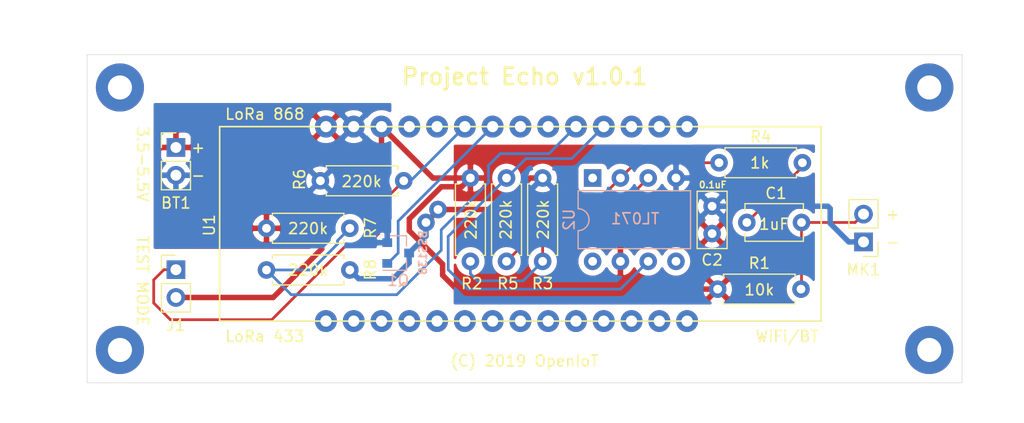
<source format=kicad_pcb>
(kicad_pcb (version 20171130) (host pcbnew "(5.1.2-1)-1")

  (general
    (thickness 1.6)
    (drawings 19)
    (tracks 94)
    (zones 0)
    (modules 20)
    (nets 13)
  )

  (page A4)
  (layers
    (0 F.Cu signal)
    (31 B.Cu signal)
    (32 B.Adhes user)
    (33 F.Adhes user)
    (34 B.Paste user)
    (35 F.Paste user)
    (36 B.SilkS user)
    (37 F.SilkS user)
    (38 B.Mask user)
    (39 F.Mask user)
    (40 Dwgs.User user)
    (41 Cmts.User user)
    (42 Eco1.User user)
    (43 Eco2.User user)
    (44 Edge.Cuts user)
    (45 Margin user)
    (46 B.CrtYd user)
    (47 F.CrtYd user)
    (48 B.Fab user)
    (49 F.Fab user)
  )

  (setup
    (last_trace_width 0.25)
    (trace_clearance 0.2)
    (zone_clearance 0.508)
    (zone_45_only no)
    (trace_min 0.2)
    (via_size 0.8)
    (via_drill 0.4)
    (via_min_size 0.4)
    (via_min_drill 0.3)
    (uvia_size 0.3)
    (uvia_drill 0.1)
    (uvias_allowed no)
    (uvia_min_size 0.2)
    (uvia_min_drill 0.1)
    (edge_width 0.05)
    (segment_width 0.2)
    (pcb_text_width 0.3)
    (pcb_text_size 1.5 1.5)
    (mod_edge_width 0.12)
    (mod_text_size 1 1)
    (mod_text_width 0.15)
    (pad_size 1.524 1.524)
    (pad_drill 0.762)
    (pad_to_mask_clearance 0.051)
    (solder_mask_min_width 0.25)
    (aux_axis_origin 0 0)
    (visible_elements FFFFFF7F)
    (pcbplotparams
      (layerselection 0x010f0_ffffffff)
      (usegerberextensions false)
      (usegerberattributes false)
      (usegerberadvancedattributes false)
      (creategerberjobfile false)
      (excludeedgelayer true)
      (linewidth 0.100000)
      (plotframeref false)
      (viasonmask false)
      (mode 1)
      (useauxorigin false)
      (hpglpennumber 1)
      (hpglpenspeed 20)
      (hpglpendiameter 15.000000)
      (psnegative false)
      (psa4output false)
      (plotreference true)
      (plotvalue true)
      (plotinvisibletext false)
      (padsonsilk false)
      (subtractmaskfromsilk false)
      (outputformat 1)
      (mirror false)
      (drillshape 0)
      (scaleselection 1)
      (outputdirectory "gerber/"))
  )

  (net 0 "")
  (net 1 GND)
  (net 2 VIN)
  (net 3 MIC_RAW)
  (net 4 "Net-(C1-Pad2)")
  (net 5 S-VIN)
  (net 6 S-GND)
  (net 7 DEBUG_SWITCH)
  (net 8 MIC_SWITCH)
  (net 9 "Net-(R2-Pad1)")
  (net 10 "Net-(R4-Pad1)")
  (net 11 MIC_SIGNAL)
  (net 12 BAT_SIGNAL)

  (net_class Default "This is the default net class."
    (clearance 0.2)
    (trace_width 0.25)
    (via_dia 0.8)
    (via_drill 0.4)
    (uvia_dia 0.3)
    (uvia_drill 0.1)
    (add_net BAT_SIGNAL)
    (add_net DEBUG_SWITCH)
    (add_net MIC_RAW)
    (add_net MIC_SIGNAL)
    (add_net MIC_SWITCH)
    (add_net "Net-(C1-Pad2)")
    (add_net "Net-(R2-Pad1)")
    (add_net "Net-(R4-Pad1)")
  )

  (net_class PWR ""
    (clearance 0.2)
    (trace_width 0.5)
    (via_dia 1.6)
    (via_drill 0.8)
    (uvia_dia 0.3)
    (uvia_drill 0.1)
    (add_net GND)
    (add_net S-GND)
    (add_net S-VIN)
    (add_net VIN)
  )

  (module Connector_PinHeader_2.54mm:PinHeader_1x02_P2.54mm_Vertical (layer F.Cu) (tedit 59FED5CC) (tstamp 5D6EB8EB)
    (at 136.12 63.484)
    (descr "Through hole straight pin header, 1x02, 2.54mm pitch, single row")
    (tags "Through hole pin header THT 1x02 2.54mm single row")
    (path /5D3F50C3)
    (fp_text reference BT1 (at 0 5.08) (layer F.SilkS)
      (effects (font (size 1 1) (thickness 0.15)))
    )
    (fp_text value "4.2V LiPo Cell" (at 0 4.87) (layer F.Fab)
      (effects (font (size 1 1) (thickness 0.15)))
    )
    (fp_line (start -0.635 -1.27) (end 1.27 -1.27) (layer F.Fab) (width 0.1))
    (fp_line (start 1.27 -1.27) (end 1.27 3.81) (layer F.Fab) (width 0.1))
    (fp_line (start 1.27 3.81) (end -1.27 3.81) (layer F.Fab) (width 0.1))
    (fp_line (start -1.27 3.81) (end -1.27 -0.635) (layer F.Fab) (width 0.1))
    (fp_line (start -1.27 -0.635) (end -0.635 -1.27) (layer F.Fab) (width 0.1))
    (fp_line (start -1.33 3.87) (end 1.33 3.87) (layer F.SilkS) (width 0.12))
    (fp_line (start -1.33 1.27) (end -1.33 3.87) (layer F.SilkS) (width 0.12))
    (fp_line (start 1.33 1.27) (end 1.33 3.87) (layer F.SilkS) (width 0.12))
    (fp_line (start -1.33 1.27) (end 1.33 1.27) (layer F.SilkS) (width 0.12))
    (fp_line (start -1.33 0) (end -1.33 -1.33) (layer F.SilkS) (width 0.12))
    (fp_line (start -1.33 -1.33) (end 0 -1.33) (layer F.SilkS) (width 0.12))
    (fp_line (start -1.8 -1.8) (end -1.8 4.35) (layer F.CrtYd) (width 0.05))
    (fp_line (start -1.8 4.35) (end 1.8 4.35) (layer F.CrtYd) (width 0.05))
    (fp_line (start 1.8 4.35) (end 1.8 -1.8) (layer F.CrtYd) (width 0.05))
    (fp_line (start 1.8 -1.8) (end -1.8 -1.8) (layer F.CrtYd) (width 0.05))
    (fp_text user %R (at 0 1.27 90) (layer F.Fab)
      (effects (font (size 1 1) (thickness 0.15)))
    )
    (pad 1 thru_hole rect (at 0 0) (size 1.7 1.7) (drill 1) (layers *.Cu *.Mask)
      (net 2 VIN))
    (pad 2 thru_hole oval (at 0 2.54) (size 1.7 1.7) (drill 1) (layers *.Cu *.Mask)
      (net 1 GND))
    (model ${KISYS3DMOD}/Connector_PinHeader_2.54mm.3dshapes/PinHeader_1x02_P2.54mm_Vertical.wrl
      (at (xyz 0 0 0))
      (scale (xyz 1 1 1))
      (rotate (xyz 0 0 0))
    )
  )

  (module Capacitor_THT:C_Disc_D5.1mm_W3.2mm_P5.00mm (layer F.Cu) (tedit 5AE50EF0) (tstamp 5D6EB8AE)
    (at 188.317 70.342)
    (descr "C, Disc series, Radial, pin pitch=5.00mm, , diameter*width=5.1*3.2mm^2, Capacitor, http://www.vishay.com/docs/45233/krseries.pdf")
    (tags "C Disc series Radial pin pitch 5.00mm  diameter 5.1mm width 3.2mm Capacitor")
    (path /5D3F299E)
    (fp_text reference C1 (at 2.667 -2.667) (layer F.SilkS)
      (effects (font (size 1 1) (thickness 0.15)))
    )
    (fp_text value 1uF (at 2.483 0.158) (layer F.SilkS)
      (effects (font (size 1 1) (thickness 0.15)))
    )
    (fp_text user %R (at 2.5 0) (layer F.Fab)
      (effects (font (size 1 1) (thickness 0.15)))
    )
    (fp_line (start 6.05 -1.85) (end -1.05 -1.85) (layer F.CrtYd) (width 0.05))
    (fp_line (start 6.05 1.85) (end 6.05 -1.85) (layer F.CrtYd) (width 0.05))
    (fp_line (start -1.05 1.85) (end 6.05 1.85) (layer F.CrtYd) (width 0.05))
    (fp_line (start -1.05 -1.85) (end -1.05 1.85) (layer F.CrtYd) (width 0.05))
    (fp_line (start 5.17 1.055) (end 5.17 1.721) (layer F.SilkS) (width 0.12))
    (fp_line (start 5.17 -1.721) (end 5.17 -1.055) (layer F.SilkS) (width 0.12))
    (fp_line (start -0.17 1.055) (end -0.17 1.721) (layer F.SilkS) (width 0.12))
    (fp_line (start -0.17 -1.721) (end -0.17 -1.055) (layer F.SilkS) (width 0.12))
    (fp_line (start -0.17 1.721) (end 5.17 1.721) (layer F.SilkS) (width 0.12))
    (fp_line (start -0.17 -1.721) (end 5.17 -1.721) (layer F.SilkS) (width 0.12))
    (fp_line (start 5.05 -1.6) (end -0.05 -1.6) (layer F.Fab) (width 0.1))
    (fp_line (start 5.05 1.6) (end 5.05 -1.6) (layer F.Fab) (width 0.1))
    (fp_line (start -0.05 1.6) (end 5.05 1.6) (layer F.Fab) (width 0.1))
    (fp_line (start -0.05 -1.6) (end -0.05 1.6) (layer F.Fab) (width 0.1))
    (pad 2 thru_hole circle (at 5 0) (size 1.6 1.6) (drill 0.8) (layers *.Cu *.Mask)
      (net 4 "Net-(C1-Pad2)"))
    (pad 1 thru_hole circle (at 0 0) (size 1.6 1.6) (drill 0.8) (layers *.Cu *.Mask)
      (net 3 MIC_RAW))
    (model ${KISYS3DMOD}/Capacitor_THT.3dshapes/C_Disc_D5.1mm_W3.2mm_P5.00mm.wrl
      (at (xyz 0 0 0))
      (scale (xyz 1 1 1))
      (rotate (xyz 0 0 0))
    )
  )

  (module Capacitor_THT:C_Disc_D5.0mm_W2.5mm_P2.50mm (layer F.Cu) (tedit 5AE50EF0) (tstamp 5D6EB876)
    (at 185.142 71.358 90)
    (descr "C, Disc series, Radial, pin pitch=2.50mm, , diameter*width=5*2.5mm^2, Capacitor, http://cdn-reichelt.de/documents/datenblatt/B300/DS_KERKO_TC.pdf")
    (tags "C Disc series Radial pin pitch 2.50mm  diameter 5mm width 2.5mm Capacitor")
    (path /5D3F3446)
    (fp_text reference C2 (at -2.413 0 180) (layer F.SilkS)
      (effects (font (size 1 1) (thickness 0.15)))
    )
    (fp_text value 0.1uF (at 4.458 0.058 180) (layer F.SilkS)
      (effects (font (size 0.6 0.6) (thickness 0.13)))
    )
    (fp_text user %R (at 1.25 0 90) (layer F.Fab)
      (effects (font (size 1 1) (thickness 0.15)))
    )
    (fp_line (start 4 -1.5) (end -1.5 -1.5) (layer F.CrtYd) (width 0.05))
    (fp_line (start 4 1.5) (end 4 -1.5) (layer F.CrtYd) (width 0.05))
    (fp_line (start -1.5 1.5) (end 4 1.5) (layer F.CrtYd) (width 0.05))
    (fp_line (start -1.5 -1.5) (end -1.5 1.5) (layer F.CrtYd) (width 0.05))
    (fp_line (start 3.87 -1.37) (end 3.87 1.37) (layer F.SilkS) (width 0.12))
    (fp_line (start -1.37 -1.37) (end -1.37 1.37) (layer F.SilkS) (width 0.12))
    (fp_line (start -1.37 1.37) (end 3.87 1.37) (layer F.SilkS) (width 0.12))
    (fp_line (start -1.37 -1.37) (end 3.87 -1.37) (layer F.SilkS) (width 0.12))
    (fp_line (start 3.75 -1.25) (end -1.25 -1.25) (layer F.Fab) (width 0.1))
    (fp_line (start 3.75 1.25) (end 3.75 -1.25) (layer F.Fab) (width 0.1))
    (fp_line (start -1.25 1.25) (end 3.75 1.25) (layer F.Fab) (width 0.1))
    (fp_line (start -1.25 -1.25) (end -1.25 1.25) (layer F.Fab) (width 0.1))
    (pad 2 thru_hole circle (at 2.5 0 90) (size 1.6 1.6) (drill 0.8) (layers *.Cu *.Mask)
      (net 6 S-GND))
    (pad 1 thru_hole circle (at 0 0 90) (size 1.6 1.6) (drill 0.8) (layers *.Cu *.Mask)
      (net 5 S-VIN))
    (model ${KISYS3DMOD}/Capacitor_THT.3dshapes/C_Disc_D5.0mm_W2.5mm_P2.50mm.wrl
      (at (xyz 0 0 0))
      (scale (xyz 1 1 1))
      (rotate (xyz 0 0 0))
    )
  )

  (module Connector_PinHeader_2.54mm:PinHeader_1x02_P2.54mm_Vertical (layer F.Cu) (tedit 59FED5CC) (tstamp 5D6EB83A)
    (at 136.12 74.66)
    (descr "Through hole straight pin header, 1x02, 2.54mm pitch, single row")
    (tags "Through hole pin header THT 1x02 2.54mm single row")
    (path /5D4C53F5)
    (fp_text reference J1 (at 0 5.08) (layer F.SilkS)
      (effects (font (size 1 1) (thickness 0.15)))
    )
    (fp_text value Conn_01x02 (at 0 4.87) (layer F.Fab)
      (effects (font (size 1 1) (thickness 0.15)))
    )
    (fp_text user %R (at 0 1.27 90) (layer F.Fab)
      (effects (font (size 1 1) (thickness 0.15)))
    )
    (fp_line (start 1.8 -1.8) (end -1.8 -1.8) (layer F.CrtYd) (width 0.05))
    (fp_line (start 1.8 4.35) (end 1.8 -1.8) (layer F.CrtYd) (width 0.05))
    (fp_line (start -1.8 4.35) (end 1.8 4.35) (layer F.CrtYd) (width 0.05))
    (fp_line (start -1.8 -1.8) (end -1.8 4.35) (layer F.CrtYd) (width 0.05))
    (fp_line (start -1.33 -1.33) (end 0 -1.33) (layer F.SilkS) (width 0.12))
    (fp_line (start -1.33 0) (end -1.33 -1.33) (layer F.SilkS) (width 0.12))
    (fp_line (start -1.33 1.27) (end 1.33 1.27) (layer F.SilkS) (width 0.12))
    (fp_line (start 1.33 1.27) (end 1.33 3.87) (layer F.SilkS) (width 0.12))
    (fp_line (start -1.33 1.27) (end -1.33 3.87) (layer F.SilkS) (width 0.12))
    (fp_line (start -1.33 3.87) (end 1.33 3.87) (layer F.SilkS) (width 0.12))
    (fp_line (start -1.27 -0.635) (end -0.635 -1.27) (layer F.Fab) (width 0.1))
    (fp_line (start -1.27 3.81) (end -1.27 -0.635) (layer F.Fab) (width 0.1))
    (fp_line (start 1.27 3.81) (end -1.27 3.81) (layer F.Fab) (width 0.1))
    (fp_line (start 1.27 -1.27) (end 1.27 3.81) (layer F.Fab) (width 0.1))
    (fp_line (start -0.635 -1.27) (end 1.27 -1.27) (layer F.Fab) (width 0.1))
    (pad 2 thru_hole oval (at 0 2.54) (size 1.7 1.7) (drill 1) (layers *.Cu *.Mask)
      (net 5 S-VIN))
    (pad 1 thru_hole rect (at 0 0) (size 1.7 1.7) (drill 1) (layers *.Cu *.Mask)
      (net 7 DEBUG_SWITCH))
    (model ${KISYS3DMOD}/Connector_PinHeader_2.54mm.3dshapes/PinHeader_1x02_P2.54mm_Vertical.wrl
      (at (xyz 0 0 0))
      (scale (xyz 1 1 1))
      (rotate (xyz 0 0 0))
    )
  )

  (module Connector_PinHeader_2.54mm:PinHeader_1x02_P2.54mm_Vertical (layer F.Cu) (tedit 59FED5CC) (tstamp 5D6EB7FB)
    (at 198.985 72.12 180)
    (descr "Through hole straight pin header, 1x02, 2.54mm pitch, single row")
    (tags "Through hole pin header THT 1x02 2.54mm single row")
    (path /5D3ED354)
    (fp_text reference MK1 (at 0 -2.54) (layer F.SilkS)
      (effects (font (size 1 1) (thickness 0.15)))
    )
    (fp_text value Microphone_Condenser (at 0 4.87) (layer F.Fab)
      (effects (font (size 1 1) (thickness 0.15)))
    )
    (fp_text user %R (at 0 1.27 90) (layer F.Fab)
      (effects (font (size 1 1) (thickness 0.15)))
    )
    (fp_line (start 1.8 -1.8) (end -1.8 -1.8) (layer F.CrtYd) (width 0.05))
    (fp_line (start 1.8 4.35) (end 1.8 -1.8) (layer F.CrtYd) (width 0.05))
    (fp_line (start -1.8 4.35) (end 1.8 4.35) (layer F.CrtYd) (width 0.05))
    (fp_line (start -1.8 -1.8) (end -1.8 4.35) (layer F.CrtYd) (width 0.05))
    (fp_line (start -1.33 -1.33) (end 0 -1.33) (layer F.SilkS) (width 0.12))
    (fp_line (start -1.33 0) (end -1.33 -1.33) (layer F.SilkS) (width 0.12))
    (fp_line (start -1.33 1.27) (end 1.33 1.27) (layer F.SilkS) (width 0.12))
    (fp_line (start 1.33 1.27) (end 1.33 3.87) (layer F.SilkS) (width 0.12))
    (fp_line (start -1.33 1.27) (end -1.33 3.87) (layer F.SilkS) (width 0.12))
    (fp_line (start -1.33 3.87) (end 1.33 3.87) (layer F.SilkS) (width 0.12))
    (fp_line (start -1.27 -0.635) (end -0.635 -1.27) (layer F.Fab) (width 0.1))
    (fp_line (start -1.27 3.81) (end -1.27 -0.635) (layer F.Fab) (width 0.1))
    (fp_line (start 1.27 3.81) (end -1.27 3.81) (layer F.Fab) (width 0.1))
    (fp_line (start 1.27 -1.27) (end 1.27 3.81) (layer F.Fab) (width 0.1))
    (fp_line (start -0.635 -1.27) (end 1.27 -1.27) (layer F.Fab) (width 0.1))
    (pad 2 thru_hole oval (at 0 2.54 180) (size 1.7 1.7) (drill 1) (layers *.Cu *.Mask)
      (net 4 "Net-(C1-Pad2)"))
    (pad 1 thru_hole rect (at 0 0 180) (size 1.7 1.7) (drill 1) (layers *.Cu *.Mask)
      (net 6 S-GND))
    (model ${KISYS3DMOD}/Connector_PinHeader_2.54mm.3dshapes/PinHeader_1x02_P2.54mm_Vertical.wrl
      (at (xyz 0 0 0))
      (scale (xyz 1 1 1))
      (rotate (xyz 0 0 0))
    )
  )

  (module Package_TO_SOT_SMD:SOT-23 (layer B.Cu) (tedit 5A02FF57) (tstamp 5D6EB72E)
    (at 156.44 73.136)
    (descr "SOT-23, Standard")
    (tags SOT-23)
    (path /5D3EE254)
    (attr smd)
    (fp_text reference Q1 (at 0 2.5) (layer B.SilkS)
      (effects (font (size 1 1) (thickness 0.15)) (justify mirror))
    )
    (fp_text value BSS138 (at 2.26 -0.036 90) (layer B.SilkS)
      (effects (font (size 0.7 0.7) (thickness 0.15)) (justify mirror))
    )
    (fp_line (start 0.76 -1.58) (end -0.7 -1.58) (layer B.SilkS) (width 0.12))
    (fp_line (start 0.76 1.58) (end -1.4 1.58) (layer B.SilkS) (width 0.12))
    (fp_line (start -1.7 -1.75) (end -1.7 1.75) (layer B.CrtYd) (width 0.05))
    (fp_line (start 1.7 -1.75) (end -1.7 -1.75) (layer B.CrtYd) (width 0.05))
    (fp_line (start 1.7 1.75) (end 1.7 -1.75) (layer B.CrtYd) (width 0.05))
    (fp_line (start -1.7 1.75) (end 1.7 1.75) (layer B.CrtYd) (width 0.05))
    (fp_line (start 0.76 1.58) (end 0.76 0.65) (layer B.SilkS) (width 0.12))
    (fp_line (start 0.76 -1.58) (end 0.76 -0.65) (layer B.SilkS) (width 0.12))
    (fp_line (start -0.7 -1.52) (end 0.7 -1.52) (layer B.Fab) (width 0.1))
    (fp_line (start 0.7 1.52) (end 0.7 -1.52) (layer B.Fab) (width 0.1))
    (fp_line (start -0.7 0.95) (end -0.15 1.52) (layer B.Fab) (width 0.1))
    (fp_line (start -0.15 1.52) (end 0.7 1.52) (layer B.Fab) (width 0.1))
    (fp_line (start -0.7 0.95) (end -0.7 -1.5) (layer B.Fab) (width 0.1))
    (fp_text user %R (at 0 0 270) (layer B.Fab)
      (effects (font (size 0.5 0.5) (thickness 0.075)) (justify mirror))
    )
    (pad 3 smd rect (at 1 0) (size 0.9 0.8) (layers B.Cu B.Paste B.Mask)
      (net 6 S-GND))
    (pad 2 smd rect (at -1 -0.95) (size 0.9 0.8) (layers B.Cu B.Paste B.Mask)
      (net 1 GND))
    (pad 1 smd rect (at -1 0.95) (size 0.9 0.8) (layers B.Cu B.Paste B.Mask)
      (net 8 MIC_SWITCH))
    (model ${KISYS3DMOD}/Package_TO_SOT_SMD.3dshapes/SOT-23.wrl
      (at (xyz 0 0 0))
      (scale (xyz 1 1 1))
      (rotate (xyz 0 0 0))
    )
  )

  (module pycom:LoPy_with_headers (layer F.Cu) (tedit 5A2558F4) (tstamp 5D6EB6C8)
    (at 149.836 79.359)
    (path /5D3EDF55)
    (fp_text reference U1 (at -10.668 -8.763 90) (layer F.SilkS)
      (effects (font (size 1 1) (thickness 0.15)))
    )
    (fp_text value LoPy4 (at 20.32 -10.16) (layer F.Fab)
      (effects (font (size 1 1) (thickness 0.15)))
    )
    (fp_line (start -9.72 -17.78) (end -9.72 0) (layer F.SilkS) (width 0.15))
    (fp_line (start 45.28 -17.78) (end -9.72 -17.78) (layer F.SilkS) (width 0.15))
    (fp_line (start 45.28 0) (end 45.28 -17.78) (layer F.SilkS) (width 0.15))
    (fp_line (start -9.72 0) (end 45.28 0) (layer F.SilkS) (width 0.15))
    (fp_line (start 45.28 -17.78) (end 40.28 -17.78) (layer Cmts.User) (width 0.15))
    (fp_line (start 45.28 -8.73) (end 45.28 -17.78) (layer Cmts.User) (width 0.15))
    (fp_line (start 40.28 -8.73) (end 45.28 -8.73) (layer Cmts.User) (width 0.15))
    (fp_line (start 40.28 -17.78) (end 40.28 -8.73) (layer Cmts.User) (width 0.15))
    (fp_text user Antenna (at 41.529 -13.208 90) (layer Cmts.User)
      (effects (font (size 1 1) (thickness 0.15)))
    )
    (fp_text user "KEEP OUT" (at 43.688 -13.208 90) (layer Cmts.User)
      (effects (font (size 1 1) (thickness 0.15)))
    )
    (pad 28 thru_hole circle (at 0 -17.78) (size 2 2) (drill 1.02) (layers *.Cu *.Mask)
      (net 2 VIN))
    (pad 27 thru_hole circle (at 2.54 -17.78) (size 2 2) (drill 1.02) (layers *.Cu *.Mask)
      (net 1 GND))
    (pad 26 thru_hole circle (at 5.08 -17.78) (size 2 2) (drill 1.02) (layers *.Cu *.Mask)
      (net 5 S-VIN))
    (pad 25 thru_hole circle (at 7.62 -17.78) (size 2 2) (drill 1.02) (layers *.Cu *.Mask))
    (pad 24 thru_hole circle (at 10.16 -17.78) (size 2 2) (drill 1.02) (layers *.Cu *.Mask))
    (pad 23 thru_hole circle (at 12.7 -17.78) (size 2 2) (drill 1.02) (layers *.Cu *.Mask)
      (net 7 DEBUG_SWITCH))
    (pad 22 thru_hole circle (at 15.24 -17.78) (size 2 2) (drill 1.02) (layers *.Cu *.Mask)
      (net 8 MIC_SWITCH))
    (pad 21 thru_hole circle (at 17.78 -17.78) (size 2 2) (drill 1.02) (layers *.Cu *.Mask))
    (pad 20 thru_hole circle (at 20.32 -17.78) (size 2 2) (drill 1.02) (layers *.Cu *.Mask))
    (pad 19 thru_hole circle (at 22.86 -17.78) (size 2 2) (drill 1.02) (layers *.Cu *.Mask)
      (net 12 BAT_SIGNAL))
    (pad 18 thru_hole circle (at 25.4 -17.78) (size 2 2) (drill 1.02) (layers *.Cu *.Mask)
      (net 11 MIC_SIGNAL))
    (pad 17 thru_hole circle (at 27.94 -17.78) (size 2 2) (drill 1.02) (layers *.Cu *.Mask))
    (pad 16 thru_hole circle (at 30.48 -17.78) (size 2 2) (drill 1.02) (layers *.Cu *.Mask))
    (pad 15 thru_hole circle (at 33.02 -17.78) (size 2 2) (drill 1.02) (layers *.Cu *.Mask))
    (pad 14 thru_hole circle (at 33.02 0) (size 2 2) (drill 1.02) (layers *.Cu *.Mask))
    (pad 13 thru_hole circle (at 30.48 0) (size 2 2) (drill 1.02) (layers *.Cu *.Mask))
    (pad 12 thru_hole circle (at 27.94 0) (size 2 2) (drill 1.02) (layers *.Cu *.Mask))
    (pad 11 thru_hole circle (at 25.4 0) (size 2 2) (drill 1.02) (layers *.Cu *.Mask))
    (pad 10 thru_hole circle (at 22.86 0) (size 2 2) (drill 1.02) (layers *.Cu *.Mask))
    (pad 9 thru_hole circle (at 20.32 0) (size 2 2) (drill 1.02) (layers *.Cu *.Mask))
    (pad 8 thru_hole circle (at 17.78 0) (size 2 2) (drill 1.02) (layers *.Cu *.Mask))
    (pad 7 thru_hole circle (at 15.24 0) (size 2 2) (drill 1.02) (layers *.Cu *.Mask))
    (pad 6 thru_hole circle (at 12.7 0) (size 2 2) (drill 1.02) (layers *.Cu *.Mask))
    (pad 5 thru_hole circle (at 10.16 0) (size 2 2) (drill 1.02) (layers *.Cu *.Mask))
    (pad 4 thru_hole circle (at 7.62 0) (size 2 2) (drill 1.02) (layers *.Cu *.Mask))
    (pad 3 thru_hole circle (at 5.08 0) (size 2 2) (drill 1.02) (layers *.Cu *.Mask))
    (pad 2 thru_hole circle (at 2.54 0) (size 2 2) (drill 1.02) (layers *.Cu *.Mask))
    (pad 1 thru_hole circle (at 0 0) (size 2 2) (drill 1.02) (layers *.Cu *.Mask))
  )

  (module Package_DIP:DIP-8_W7.62mm (layer B.Cu) (tedit 5A02E8C5) (tstamp 5D6EB669)
    (at 174.22 66.278 270)
    (descr "8-lead though-hole mounted DIP package, row spacing 7.62 mm (300 mils)")
    (tags "THT DIP DIL PDIP 2.54mm 7.62mm 300mil")
    (path /5D485070)
    (fp_text reference U2 (at 3.81 2.159 90) (layer B.SilkS)
      (effects (font (size 1 1) (thickness 0.15)) (justify mirror))
    )
    (fp_text value TL071 (at 3.722 -3.88 180) (layer B.SilkS)
      (effects (font (size 1 1) (thickness 0.15)) (justify mirror))
    )
    (fp_text user %R (at 3.81 -3.81 90) (layer B.Fab)
      (effects (font (size 1 1) (thickness 0.15)) (justify mirror))
    )
    (fp_line (start 8.7 1.55) (end -1.1 1.55) (layer B.CrtYd) (width 0.05))
    (fp_line (start 8.7 -9.15) (end 8.7 1.55) (layer B.CrtYd) (width 0.05))
    (fp_line (start -1.1 -9.15) (end 8.7 -9.15) (layer B.CrtYd) (width 0.05))
    (fp_line (start -1.1 1.55) (end -1.1 -9.15) (layer B.CrtYd) (width 0.05))
    (fp_line (start 6.46 1.33) (end 4.81 1.33) (layer B.SilkS) (width 0.12))
    (fp_line (start 6.46 -8.95) (end 6.46 1.33) (layer B.SilkS) (width 0.12))
    (fp_line (start 1.16 -8.95) (end 6.46 -8.95) (layer B.SilkS) (width 0.12))
    (fp_line (start 1.16 1.33) (end 1.16 -8.95) (layer B.SilkS) (width 0.12))
    (fp_line (start 2.81 1.33) (end 1.16 1.33) (layer B.SilkS) (width 0.12))
    (fp_line (start 0.635 0.27) (end 1.635 1.27) (layer B.Fab) (width 0.1))
    (fp_line (start 0.635 -8.89) (end 0.635 0.27) (layer B.Fab) (width 0.1))
    (fp_line (start 6.985 -8.89) (end 0.635 -8.89) (layer B.Fab) (width 0.1))
    (fp_line (start 6.985 1.27) (end 6.985 -8.89) (layer B.Fab) (width 0.1))
    (fp_line (start 1.635 1.27) (end 6.985 1.27) (layer B.Fab) (width 0.1))
    (fp_arc (start 3.81 1.33) (end 2.81 1.33) (angle 180) (layer B.SilkS) (width 0.12))
    (pad 8 thru_hole oval (at 7.62 0 270) (size 1.6 1.6) (drill 0.8) (layers *.Cu *.Mask))
    (pad 4 thru_hole oval (at 0 -7.62 270) (size 1.6 1.6) (drill 0.8) (layers *.Cu *.Mask)
      (net 6 S-GND))
    (pad 7 thru_hole oval (at 7.62 -2.54 270) (size 1.6 1.6) (drill 0.8) (layers *.Cu *.Mask)
      (net 5 S-VIN))
    (pad 3 thru_hole oval (at 0 -5.08 270) (size 1.6 1.6) (drill 0.8) (layers *.Cu *.Mask)
      (net 9 "Net-(R2-Pad1)"))
    (pad 6 thru_hole oval (at 7.62 -5.08 270) (size 1.6 1.6) (drill 0.8) (layers *.Cu *.Mask)
      (net 11 MIC_SIGNAL))
    (pad 2 thru_hole oval (at 0 -2.54 270) (size 1.6 1.6) (drill 0.8) (layers *.Cu *.Mask)
      (net 10 "Net-(R4-Pad1)"))
    (pad 5 thru_hole oval (at 7.62 -7.62 270) (size 1.6 1.6) (drill 0.8) (layers *.Cu *.Mask))
    (pad 1 thru_hole rect (at 0 0 270) (size 1.6 1.6) (drill 0.8) (layers *.Cu *.Mask))
    (model ${KISYS3DMOD}/Package_DIP.3dshapes/DIP-8_W7.62mm.wrl
      (at (xyz 0 0 0))
      (scale (xyz 1 1 1))
      (rotate (xyz 0 0 0))
    )
  )

  (module Resistor_THT:R_Axial_DIN0207_L6.3mm_D2.5mm_P7.62mm_Horizontal (layer F.Cu) (tedit 5AE5139B) (tstamp 5D6EB622)
    (at 185.65 76.438)
    (descr "Resistor, Axial_DIN0207 series, Axial, Horizontal, pin pitch=7.62mm, 0.25W = 1/4W, length*diameter=6.3*2.5mm^2, http://cdn-reichelt.de/documents/datenblatt/B400/1_4W%23YAG.pdf")
    (tags "Resistor Axial_DIN0207 series Axial Horizontal pin pitch 7.62mm 0.25W = 1/4W length 6.3mm diameter 2.5mm")
    (path /5D3F127C)
    (fp_text reference R1 (at 3.81 -2.37) (layer F.SilkS)
      (effects (font (size 1 1) (thickness 0.15)))
    )
    (fp_text value 10k (at 3.81 0.062) (layer F.SilkS)
      (effects (font (size 1 1) (thickness 0.15)))
    )
    (fp_line (start 0.66 -1.25) (end 0.66 1.25) (layer F.Fab) (width 0.1))
    (fp_line (start 0.66 1.25) (end 6.96 1.25) (layer F.Fab) (width 0.1))
    (fp_line (start 6.96 1.25) (end 6.96 -1.25) (layer F.Fab) (width 0.1))
    (fp_line (start 6.96 -1.25) (end 0.66 -1.25) (layer F.Fab) (width 0.1))
    (fp_line (start 0 0) (end 0.66 0) (layer F.Fab) (width 0.1))
    (fp_line (start 7.62 0) (end 6.96 0) (layer F.Fab) (width 0.1))
    (fp_line (start 0.54 -1.04) (end 0.54 -1.37) (layer F.SilkS) (width 0.12))
    (fp_line (start 0.54 -1.37) (end 7.08 -1.37) (layer F.SilkS) (width 0.12))
    (fp_line (start 7.08 -1.37) (end 7.08 -1.04) (layer F.SilkS) (width 0.12))
    (fp_line (start 0.54 1.04) (end 0.54 1.37) (layer F.SilkS) (width 0.12))
    (fp_line (start 0.54 1.37) (end 7.08 1.37) (layer F.SilkS) (width 0.12))
    (fp_line (start 7.08 1.37) (end 7.08 1.04) (layer F.SilkS) (width 0.12))
    (fp_line (start -1.05 -1.5) (end -1.05 1.5) (layer F.CrtYd) (width 0.05))
    (fp_line (start -1.05 1.5) (end 8.67 1.5) (layer F.CrtYd) (width 0.05))
    (fp_line (start 8.67 1.5) (end 8.67 -1.5) (layer F.CrtYd) (width 0.05))
    (fp_line (start 8.67 -1.5) (end -1.05 -1.5) (layer F.CrtYd) (width 0.05))
    (fp_text user %R (at 3.81 0) (layer F.Fab)
      (effects (font (size 1 1) (thickness 0.15)))
    )
    (pad 1 thru_hole circle (at 0 0) (size 1.6 1.6) (drill 0.8) (layers *.Cu *.Mask)
      (net 5 S-VIN))
    (pad 2 thru_hole oval (at 7.62 0) (size 1.6 1.6) (drill 0.8) (layers *.Cu *.Mask)
      (net 4 "Net-(C1-Pad2)"))
    (model ${KISYS3DMOD}/Resistor_THT.3dshapes/R_Axial_DIN0207_L6.3mm_D2.5mm_P7.62mm_Horizontal.wrl
      (at (xyz 0 0 0))
      (scale (xyz 1 1 1))
      (rotate (xyz 0 0 0))
    )
  )

  (module Resistor_THT:R_Axial_DIN0207_L6.3mm_D2.5mm_P7.62mm_Horizontal (layer F.Cu) (tedit 5AE5139B) (tstamp 5D6EB5E0)
    (at 163.044 73.898 90)
    (descr "Resistor, Axial_DIN0207 series, Axial, Horizontal, pin pitch=7.62mm, 0.25W = 1/4W, length*diameter=6.3*2.5mm^2, http://cdn-reichelt.de/documents/datenblatt/B400/1_4W%23YAG.pdf")
    (tags "Resistor Axial_DIN0207 series Axial Horizontal pin pitch 7.62mm 0.25W = 1/4W length 6.3mm diameter 2.5mm")
    (path /5D4920B6)
    (fp_text reference R2 (at -2.032 0.127 180) (layer F.SilkS)
      (effects (font (size 1 1) (thickness 0.15)))
    )
    (fp_text value 220k (at 3.81 0.056 90) (layer F.SilkS)
      (effects (font (size 1 1) (thickness 0.15)))
    )
    (fp_line (start 0.66 -1.25) (end 0.66 1.25) (layer F.Fab) (width 0.1))
    (fp_line (start 0.66 1.25) (end 6.96 1.25) (layer F.Fab) (width 0.1))
    (fp_line (start 6.96 1.25) (end 6.96 -1.25) (layer F.Fab) (width 0.1))
    (fp_line (start 6.96 -1.25) (end 0.66 -1.25) (layer F.Fab) (width 0.1))
    (fp_line (start 0 0) (end 0.66 0) (layer F.Fab) (width 0.1))
    (fp_line (start 7.62 0) (end 6.96 0) (layer F.Fab) (width 0.1))
    (fp_line (start 0.54 -1.04) (end 0.54 -1.37) (layer F.SilkS) (width 0.12))
    (fp_line (start 0.54 -1.37) (end 7.08 -1.37) (layer F.SilkS) (width 0.12))
    (fp_line (start 7.08 -1.37) (end 7.08 -1.04) (layer F.SilkS) (width 0.12))
    (fp_line (start 0.54 1.04) (end 0.54 1.37) (layer F.SilkS) (width 0.12))
    (fp_line (start 0.54 1.37) (end 7.08 1.37) (layer F.SilkS) (width 0.12))
    (fp_line (start 7.08 1.37) (end 7.08 1.04) (layer F.SilkS) (width 0.12))
    (fp_line (start -1.05 -1.5) (end -1.05 1.5) (layer F.CrtYd) (width 0.05))
    (fp_line (start -1.05 1.5) (end 8.67 1.5) (layer F.CrtYd) (width 0.05))
    (fp_line (start 8.67 1.5) (end 8.67 -1.5) (layer F.CrtYd) (width 0.05))
    (fp_line (start 8.67 -1.5) (end -1.05 -1.5) (layer F.CrtYd) (width 0.05))
    (fp_text user %R (at 3.81 0 90) (layer F.Fab)
      (effects (font (size 1 1) (thickness 0.15)))
    )
    (pad 1 thru_hole circle (at 0 0 90) (size 1.6 1.6) (drill 0.8) (layers *.Cu *.Mask)
      (net 9 "Net-(R2-Pad1)"))
    (pad 2 thru_hole oval (at 7.62 0 90) (size 1.6 1.6) (drill 0.8) (layers *.Cu *.Mask)
      (net 5 S-VIN))
    (model ${KISYS3DMOD}/Resistor_THT.3dshapes/R_Axial_DIN0207_L6.3mm_D2.5mm_P7.62mm_Horizontal.wrl
      (at (xyz 0 0 0))
      (scale (xyz 1 1 1))
      (rotate (xyz 0 0 0))
    )
  )

  (module Resistor_THT:R_Axial_DIN0207_L6.3mm_D2.5mm_P7.62mm_Horizontal (layer F.Cu) (tedit 5AE5139B) (tstamp 5D6EB59E)
    (at 169.648 66.278 270)
    (descr "Resistor, Axial_DIN0207 series, Axial, Horizontal, pin pitch=7.62mm, 0.25W = 1/4W, length*diameter=6.3*2.5mm^2, http://cdn-reichelt.de/documents/datenblatt/B400/1_4W%23YAG.pdf")
    (tags "Resistor Axial_DIN0207 series Axial Horizontal pin pitch 7.62mm 0.25W = 1/4W length 6.3mm diameter 2.5mm")
    (path /5D4934CB)
    (fp_text reference R3 (at 9.652 0 180) (layer F.SilkS)
      (effects (font (size 1 1) (thickness 0.15)))
    )
    (fp_text value 220k (at 3.81 -0.052 90) (layer F.SilkS)
      (effects (font (size 1 1) (thickness 0.15)))
    )
    (fp_text user %R (at 3.81 0 90) (layer F.Fab)
      (effects (font (size 1 1) (thickness 0.15)))
    )
    (fp_line (start 8.67 -1.5) (end -1.05 -1.5) (layer F.CrtYd) (width 0.05))
    (fp_line (start 8.67 1.5) (end 8.67 -1.5) (layer F.CrtYd) (width 0.05))
    (fp_line (start -1.05 1.5) (end 8.67 1.5) (layer F.CrtYd) (width 0.05))
    (fp_line (start -1.05 -1.5) (end -1.05 1.5) (layer F.CrtYd) (width 0.05))
    (fp_line (start 7.08 1.37) (end 7.08 1.04) (layer F.SilkS) (width 0.12))
    (fp_line (start 0.54 1.37) (end 7.08 1.37) (layer F.SilkS) (width 0.12))
    (fp_line (start 0.54 1.04) (end 0.54 1.37) (layer F.SilkS) (width 0.12))
    (fp_line (start 7.08 -1.37) (end 7.08 -1.04) (layer F.SilkS) (width 0.12))
    (fp_line (start 0.54 -1.37) (end 7.08 -1.37) (layer F.SilkS) (width 0.12))
    (fp_line (start 0.54 -1.04) (end 0.54 -1.37) (layer F.SilkS) (width 0.12))
    (fp_line (start 7.62 0) (end 6.96 0) (layer F.Fab) (width 0.1))
    (fp_line (start 0 0) (end 0.66 0) (layer F.Fab) (width 0.1))
    (fp_line (start 6.96 -1.25) (end 0.66 -1.25) (layer F.Fab) (width 0.1))
    (fp_line (start 6.96 1.25) (end 6.96 -1.25) (layer F.Fab) (width 0.1))
    (fp_line (start 0.66 1.25) (end 6.96 1.25) (layer F.Fab) (width 0.1))
    (fp_line (start 0.66 -1.25) (end 0.66 1.25) (layer F.Fab) (width 0.1))
    (pad 2 thru_hole oval (at 7.62 0 270) (size 1.6 1.6) (drill 0.8) (layers *.Cu *.Mask)
      (net 9 "Net-(R2-Pad1)"))
    (pad 1 thru_hole circle (at 0 0 270) (size 1.6 1.6) (drill 0.8) (layers *.Cu *.Mask)
      (net 6 S-GND))
    (model ${KISYS3DMOD}/Resistor_THT.3dshapes/R_Axial_DIN0207_L6.3mm_D2.5mm_P7.62mm_Horizontal.wrl
      (at (xyz 0 0 0))
      (scale (xyz 1 1 1))
      (rotate (xyz 0 0 0))
    )
  )

  (module Resistor_THT:R_Axial_DIN0207_L6.3mm_D2.5mm_P7.62mm_Horizontal (layer F.Cu) (tedit 5AE5139B) (tstamp 5D6EB55C)
    (at 185.777 64.881)
    (descr "Resistor, Axial_DIN0207 series, Axial, Horizontal, pin pitch=7.62mm, 0.25W = 1/4W, length*diameter=6.3*2.5mm^2, http://cdn-reichelt.de/documents/datenblatt/B400/1_4W%23YAG.pdf")
    (tags "Resistor Axial_DIN0207 series Axial Horizontal pin pitch 7.62mm 0.25W = 1/4W length 6.3mm diameter 2.5mm")
    (path /5D486D70)
    (fp_text reference R4 (at 3.81 -2.37) (layer F.SilkS)
      (effects (font (size 1 1) (thickness 0.15)))
    )
    (fp_text value 1k (at 3.723 0.019) (layer F.SilkS)
      (effects (font (size 1 1) (thickness 0.15)))
    )
    (fp_line (start 0.66 -1.25) (end 0.66 1.25) (layer F.Fab) (width 0.1))
    (fp_line (start 0.66 1.25) (end 6.96 1.25) (layer F.Fab) (width 0.1))
    (fp_line (start 6.96 1.25) (end 6.96 -1.25) (layer F.Fab) (width 0.1))
    (fp_line (start 6.96 -1.25) (end 0.66 -1.25) (layer F.Fab) (width 0.1))
    (fp_line (start 0 0) (end 0.66 0) (layer F.Fab) (width 0.1))
    (fp_line (start 7.62 0) (end 6.96 0) (layer F.Fab) (width 0.1))
    (fp_line (start 0.54 -1.04) (end 0.54 -1.37) (layer F.SilkS) (width 0.12))
    (fp_line (start 0.54 -1.37) (end 7.08 -1.37) (layer F.SilkS) (width 0.12))
    (fp_line (start 7.08 -1.37) (end 7.08 -1.04) (layer F.SilkS) (width 0.12))
    (fp_line (start 0.54 1.04) (end 0.54 1.37) (layer F.SilkS) (width 0.12))
    (fp_line (start 0.54 1.37) (end 7.08 1.37) (layer F.SilkS) (width 0.12))
    (fp_line (start 7.08 1.37) (end 7.08 1.04) (layer F.SilkS) (width 0.12))
    (fp_line (start -1.05 -1.5) (end -1.05 1.5) (layer F.CrtYd) (width 0.05))
    (fp_line (start -1.05 1.5) (end 8.67 1.5) (layer F.CrtYd) (width 0.05))
    (fp_line (start 8.67 1.5) (end 8.67 -1.5) (layer F.CrtYd) (width 0.05))
    (fp_line (start 8.67 -1.5) (end -1.05 -1.5) (layer F.CrtYd) (width 0.05))
    (fp_text user %R (at 3.81 0) (layer F.Fab)
      (effects (font (size 1 1) (thickness 0.15)))
    )
    (pad 1 thru_hole circle (at 0 0) (size 1.6 1.6) (drill 0.8) (layers *.Cu *.Mask)
      (net 10 "Net-(R4-Pad1)"))
    (pad 2 thru_hole oval (at 7.62 0) (size 1.6 1.6) (drill 0.8) (layers *.Cu *.Mask)
      (net 3 MIC_RAW))
    (model ${KISYS3DMOD}/Resistor_THT.3dshapes/R_Axial_DIN0207_L6.3mm_D2.5mm_P7.62mm_Horizontal.wrl
      (at (xyz 0 0 0))
      (scale (xyz 1 1 1))
      (rotate (xyz 0 0 0))
    )
  )

  (module Resistor_THT:R_Axial_DIN0207_L6.3mm_D2.5mm_P7.62mm_Horizontal (layer F.Cu) (tedit 5AE5139B) (tstamp 5D6EB51A)
    (at 166.346 66.278 270)
    (descr "Resistor, Axial_DIN0207 series, Axial, Horizontal, pin pitch=7.62mm, 0.25W = 1/4W, length*diameter=6.3*2.5mm^2, http://cdn-reichelt.de/documents/datenblatt/B400/1_4W%23YAG.pdf")
    (tags "Resistor Axial_DIN0207 series Axial Horizontal pin pitch 7.62mm 0.25W = 1/4W length 6.3mm diameter 2.5mm")
    (path /5D487AD7)
    (fp_text reference R5 (at 9.652 -0.127 180) (layer F.SilkS)
      (effects (font (size 1 1) (thickness 0.15)))
    )
    (fp_text value 220k (at 3.81 0.046 90) (layer F.SilkS)
      (effects (font (size 1 1) (thickness 0.15)))
    )
    (fp_text user %R (at 3.81 0 90) (layer F.Fab)
      (effects (font (size 1 1) (thickness 0.15)))
    )
    (fp_line (start 8.67 -1.5) (end -1.05 -1.5) (layer F.CrtYd) (width 0.05))
    (fp_line (start 8.67 1.5) (end 8.67 -1.5) (layer F.CrtYd) (width 0.05))
    (fp_line (start -1.05 1.5) (end 8.67 1.5) (layer F.CrtYd) (width 0.05))
    (fp_line (start -1.05 -1.5) (end -1.05 1.5) (layer F.CrtYd) (width 0.05))
    (fp_line (start 7.08 1.37) (end 7.08 1.04) (layer F.SilkS) (width 0.12))
    (fp_line (start 0.54 1.37) (end 7.08 1.37) (layer F.SilkS) (width 0.12))
    (fp_line (start 0.54 1.04) (end 0.54 1.37) (layer F.SilkS) (width 0.12))
    (fp_line (start 7.08 -1.37) (end 7.08 -1.04) (layer F.SilkS) (width 0.12))
    (fp_line (start 0.54 -1.37) (end 7.08 -1.37) (layer F.SilkS) (width 0.12))
    (fp_line (start 0.54 -1.04) (end 0.54 -1.37) (layer F.SilkS) (width 0.12))
    (fp_line (start 7.62 0) (end 6.96 0) (layer F.Fab) (width 0.1))
    (fp_line (start 0 0) (end 0.66 0) (layer F.Fab) (width 0.1))
    (fp_line (start 6.96 -1.25) (end 0.66 -1.25) (layer F.Fab) (width 0.1))
    (fp_line (start 6.96 1.25) (end 6.96 -1.25) (layer F.Fab) (width 0.1))
    (fp_line (start 0.66 1.25) (end 6.96 1.25) (layer F.Fab) (width 0.1))
    (fp_line (start 0.66 -1.25) (end 0.66 1.25) (layer F.Fab) (width 0.1))
    (pad 2 thru_hole oval (at 7.62 0 270) (size 1.6 1.6) (drill 0.8) (layers *.Cu *.Mask)
      (net 10 "Net-(R4-Pad1)"))
    (pad 1 thru_hole circle (at 0 0 270) (size 1.6 1.6) (drill 0.8) (layers *.Cu *.Mask)
      (net 11 MIC_SIGNAL))
    (model ${KISYS3DMOD}/Resistor_THT.3dshapes/R_Axial_DIN0207_L6.3mm_D2.5mm_P7.62mm_Horizontal.wrl
      (at (xyz 0 0 0))
      (scale (xyz 1 1 1))
      (rotate (xyz 0 0 0))
    )
  )

  (module Resistor_THT:R_Axial_DIN0207_L6.3mm_D2.5mm_P7.62mm_Horizontal (layer F.Cu) (tedit 5AE5139B) (tstamp 5D6EB4D8)
    (at 149.328 66.532)
    (descr "Resistor, Axial_DIN0207 series, Axial, Horizontal, pin pitch=7.62mm, 0.25W = 1/4W, length*diameter=6.3*2.5mm^2, http://cdn-reichelt.de/documents/datenblatt/B400/1_4W%23YAG.pdf")
    (tags "Resistor Axial_DIN0207 series Axial Horizontal pin pitch 7.62mm 0.25W = 1/4W length 6.3mm diameter 2.5mm")
    (path /5D48DC2E)
    (fp_text reference R6 (at -1.905 -0.127 90) (layer F.SilkS)
      (effects (font (size 1 1) (thickness 0.15)))
    )
    (fp_text value 220k (at 3.772 0.068) (layer F.SilkS)
      (effects (font (size 1 1) (thickness 0.15)))
    )
    (fp_text user %R (at 3.81 0) (layer F.Fab)
      (effects (font (size 1 1) (thickness 0.15)))
    )
    (fp_line (start 8.67 -1.5) (end -1.05 -1.5) (layer F.CrtYd) (width 0.05))
    (fp_line (start 8.67 1.5) (end 8.67 -1.5) (layer F.CrtYd) (width 0.05))
    (fp_line (start -1.05 1.5) (end 8.67 1.5) (layer F.CrtYd) (width 0.05))
    (fp_line (start -1.05 -1.5) (end -1.05 1.5) (layer F.CrtYd) (width 0.05))
    (fp_line (start 7.08 1.37) (end 7.08 1.04) (layer F.SilkS) (width 0.12))
    (fp_line (start 0.54 1.37) (end 7.08 1.37) (layer F.SilkS) (width 0.12))
    (fp_line (start 0.54 1.04) (end 0.54 1.37) (layer F.SilkS) (width 0.12))
    (fp_line (start 7.08 -1.37) (end 7.08 -1.04) (layer F.SilkS) (width 0.12))
    (fp_line (start 0.54 -1.37) (end 7.08 -1.37) (layer F.SilkS) (width 0.12))
    (fp_line (start 0.54 -1.04) (end 0.54 -1.37) (layer F.SilkS) (width 0.12))
    (fp_line (start 7.62 0) (end 6.96 0) (layer F.Fab) (width 0.1))
    (fp_line (start 0 0) (end 0.66 0) (layer F.Fab) (width 0.1))
    (fp_line (start 6.96 -1.25) (end 0.66 -1.25) (layer F.Fab) (width 0.1))
    (fp_line (start 6.96 1.25) (end 6.96 -1.25) (layer F.Fab) (width 0.1))
    (fp_line (start 0.66 1.25) (end 6.96 1.25) (layer F.Fab) (width 0.1))
    (fp_line (start 0.66 -1.25) (end 0.66 1.25) (layer F.Fab) (width 0.1))
    (pad 2 thru_hole oval (at 7.62 0) (size 1.6 1.6) (drill 0.8) (layers *.Cu *.Mask)
      (net 7 DEBUG_SWITCH))
    (pad 1 thru_hole circle (at 0 0) (size 1.6 1.6) (drill 0.8) (layers *.Cu *.Mask)
      (net 1 GND))
    (model ${KISYS3DMOD}/Resistor_THT.3dshapes/R_Axial_DIN0207_L6.3mm_D2.5mm_P7.62mm_Horizontal.wrl
      (at (xyz 0 0 0))
      (scale (xyz 1 1 1))
      (rotate (xyz 0 0 0))
    )
  )

  (module Resistor_THT:R_Axial_DIN0207_L6.3mm_D2.5mm_P7.62mm_Horizontal (layer F.Cu) (tedit 5AE5139B) (tstamp 5D6EB7BA)
    (at 152.0204 70.8754 180)
    (descr "Resistor, Axial_DIN0207 series, Axial, Horizontal, pin pitch=7.62mm, 0.25W = 1/4W, length*diameter=6.3*2.5mm^2, http://cdn-reichelt.de/documents/datenblatt/B400/1_4W%23YAG.pdf")
    (tags "Resistor Axial_DIN0207 series Axial Horizontal pin pitch 7.62mm 0.25W = 1/4W length 6.3mm diameter 2.5mm")
    (path /5D4C2CB7)
    (fp_text reference R7 (at -1.8796 0.0254 90) (layer F.SilkS)
      (effects (font (size 1 1) (thickness 0.15)))
    )
    (fp_text value 220k (at 3.8204 -0.0246) (layer F.SilkS)
      (effects (font (size 1 1) (thickness 0.15)))
    )
    (fp_text user %R (at 3.81 0) (layer F.Fab)
      (effects (font (size 1 1) (thickness 0.15)))
    )
    (fp_line (start 8.67 -1.5) (end -1.05 -1.5) (layer F.CrtYd) (width 0.05))
    (fp_line (start 8.67 1.5) (end 8.67 -1.5) (layer F.CrtYd) (width 0.05))
    (fp_line (start -1.05 1.5) (end 8.67 1.5) (layer F.CrtYd) (width 0.05))
    (fp_line (start -1.05 -1.5) (end -1.05 1.5) (layer F.CrtYd) (width 0.05))
    (fp_line (start 7.08 1.37) (end 7.08 1.04) (layer F.SilkS) (width 0.12))
    (fp_line (start 0.54 1.37) (end 7.08 1.37) (layer F.SilkS) (width 0.12))
    (fp_line (start 0.54 1.04) (end 0.54 1.37) (layer F.SilkS) (width 0.12))
    (fp_line (start 7.08 -1.37) (end 7.08 -1.04) (layer F.SilkS) (width 0.12))
    (fp_line (start 0.54 -1.37) (end 7.08 -1.37) (layer F.SilkS) (width 0.12))
    (fp_line (start 0.54 -1.04) (end 0.54 -1.37) (layer F.SilkS) (width 0.12))
    (fp_line (start 7.62 0) (end 6.96 0) (layer F.Fab) (width 0.1))
    (fp_line (start 0 0) (end 0.66 0) (layer F.Fab) (width 0.1))
    (fp_line (start 6.96 -1.25) (end 0.66 -1.25) (layer F.Fab) (width 0.1))
    (fp_line (start 6.96 1.25) (end 6.96 -1.25) (layer F.Fab) (width 0.1))
    (fp_line (start 0.66 1.25) (end 6.96 1.25) (layer F.Fab) (width 0.1))
    (fp_line (start 0.66 -1.25) (end 0.66 1.25) (layer F.Fab) (width 0.1))
    (pad 2 thru_hole oval (at 7.62 0 180) (size 1.6 1.6) (drill 0.8) (layers *.Cu *.Mask)
      (net 2 VIN))
    (pad 1 thru_hole circle (at 0 0 180) (size 1.6 1.6) (drill 0.8) (layers *.Cu *.Mask)
      (net 12 BAT_SIGNAL))
    (model ${KISYS3DMOD}/Resistor_THT.3dshapes/R_Axial_DIN0207_L6.3mm_D2.5mm_P7.62mm_Horizontal.wrl
      (at (xyz 0 0 0))
      (scale (xyz 1 1 1))
      (rotate (xyz 0 0 0))
    )
  )

  (module Resistor_THT:R_Axial_DIN0207_L6.3mm_D2.5mm_P7.62mm_Horizontal (layer F.Cu) (tedit 5AE5139B) (tstamp 5D6EB778)
    (at 152.0204 74.6854 180)
    (descr "Resistor, Axial_DIN0207 series, Axial, Horizontal, pin pitch=7.62mm, 0.25W = 1/4W, length*diameter=6.3*2.5mm^2, http://cdn-reichelt.de/documents/datenblatt/B400/1_4W%23YAG.pdf")
    (tags "Resistor Axial_DIN0207 series Axial Horizontal pin pitch 7.62mm 0.25W = 1/4W length 6.3mm diameter 2.5mm")
    (path /5D4C2F72)
    (fp_text reference R8 (at -1.8796 0.0254 90) (layer F.SilkS)
      (effects (font (size 1 1) (thickness 0.15)))
    )
    (fp_text value 220k (at 3.8204 -0.0146) (layer F.SilkS)
      (effects (font (size 1 1) (thickness 0.15)))
    )
    (fp_line (start 0.66 -1.25) (end 0.66 1.25) (layer F.Fab) (width 0.1))
    (fp_line (start 0.66 1.25) (end 6.96 1.25) (layer F.Fab) (width 0.1))
    (fp_line (start 6.96 1.25) (end 6.96 -1.25) (layer F.Fab) (width 0.1))
    (fp_line (start 6.96 -1.25) (end 0.66 -1.25) (layer F.Fab) (width 0.1))
    (fp_line (start 0 0) (end 0.66 0) (layer F.Fab) (width 0.1))
    (fp_line (start 7.62 0) (end 6.96 0) (layer F.Fab) (width 0.1))
    (fp_line (start 0.54 -1.04) (end 0.54 -1.37) (layer F.SilkS) (width 0.12))
    (fp_line (start 0.54 -1.37) (end 7.08 -1.37) (layer F.SilkS) (width 0.12))
    (fp_line (start 7.08 -1.37) (end 7.08 -1.04) (layer F.SilkS) (width 0.12))
    (fp_line (start 0.54 1.04) (end 0.54 1.37) (layer F.SilkS) (width 0.12))
    (fp_line (start 0.54 1.37) (end 7.08 1.37) (layer F.SilkS) (width 0.12))
    (fp_line (start 7.08 1.37) (end 7.08 1.04) (layer F.SilkS) (width 0.12))
    (fp_line (start -1.05 -1.5) (end -1.05 1.5) (layer F.CrtYd) (width 0.05))
    (fp_line (start -1.05 1.5) (end 8.67 1.5) (layer F.CrtYd) (width 0.05))
    (fp_line (start 8.67 1.5) (end 8.67 -1.5) (layer F.CrtYd) (width 0.05))
    (fp_line (start 8.67 -1.5) (end -1.05 -1.5) (layer F.CrtYd) (width 0.05))
    (fp_text user %R (at 3.81 0) (layer F.Fab)
      (effects (font (size 1 1) (thickness 0.15)))
    )
    (pad 1 thru_hole circle (at 0 0 180) (size 1.6 1.6) (drill 0.8) (layers *.Cu *.Mask)
      (net 6 S-GND))
    (pad 2 thru_hole oval (at 7.62 0 180) (size 1.6 1.6) (drill 0.8) (layers *.Cu *.Mask)
      (net 12 BAT_SIGNAL))
    (model ${KISYS3DMOD}/Resistor_THT.3dshapes/R_Axial_DIN0207_L6.3mm_D2.5mm_P7.62mm_Horizontal.wrl
      (at (xyz 0 0 0))
      (scale (xyz 1 1 1))
      (rotate (xyz 0 0 0))
    )
  )

  (module MountingHole:MountingHole_2.2mm_M2_Pad (layer F.Cu) (tedit 56D1B4CB) (tstamp 5D6EC11A)
    (at 131 58)
    (descr "Mounting Hole 2.2mm, M2")
    (tags "mounting hole 2.2mm m2")
    (path /5D6EB42A)
    (attr virtual)
    (fp_text reference J2 (at 0 -3.2) (layer F.SilkS) hide
      (effects (font (size 1 1) (thickness 0.15)))
    )
    (fp_text value Conn_01x01 (at 0 3.2) (layer F.Fab)
      (effects (font (size 1 1) (thickness 0.15)))
    )
    (fp_text user %R (at 0.3 0) (layer F.Fab)
      (effects (font (size 1 1) (thickness 0.15)))
    )
    (fp_circle (center 0 0) (end 2.2 0) (layer Cmts.User) (width 0.15))
    (fp_circle (center 0 0) (end 2.45 0) (layer F.CrtYd) (width 0.05))
    (pad 1 thru_hole circle (at 0 0) (size 4.4 4.4) (drill 2.2) (layers *.Cu *.Mask))
  )

  (module MountingHole:MountingHole_2.2mm_M2_Pad (layer F.Cu) (tedit 56D1B4CB) (tstamp 5D6EC122)
    (at 205 58)
    (descr "Mounting Hole 2.2mm, M2")
    (tags "mounting hole 2.2mm m2")
    (path /5D6EC08A)
    (attr virtual)
    (fp_text reference J3 (at 0 -3.2) (layer F.SilkS) hide
      (effects (font (size 1 1) (thickness 0.15)))
    )
    (fp_text value Conn_01x01 (at 0 3.2) (layer F.Fab)
      (effects (font (size 1 1) (thickness 0.15)))
    )
    (fp_circle (center 0 0) (end 2.45 0) (layer F.CrtYd) (width 0.05))
    (fp_circle (center 0 0) (end 2.2 0) (layer Cmts.User) (width 0.15))
    (fp_text user %R (at 0.3 0) (layer F.Fab)
      (effects (font (size 1 1) (thickness 0.15)))
    )
    (pad 1 thru_hole circle (at 0 0) (size 4.4 4.4) (drill 2.2) (layers *.Cu *.Mask))
  )

  (module MountingHole:MountingHole_2.2mm_M2_Pad (layer F.Cu) (tedit 56D1B4CB) (tstamp 5D6EC12A)
    (at 131 82)
    (descr "Mounting Hole 2.2mm, M2")
    (tags "mounting hole 2.2mm m2")
    (path /5D6EC5A6)
    (attr virtual)
    (fp_text reference J4 (at 0 -3.2) (layer F.SilkS) hide
      (effects (font (size 1 1) (thickness 0.15)))
    )
    (fp_text value Conn_01x01 (at 0 3.2) (layer F.Fab)
      (effects (font (size 1 1) (thickness 0.15)))
    )
    (fp_text user %R (at 0.3 0) (layer F.Fab)
      (effects (font (size 1 1) (thickness 0.15)))
    )
    (fp_circle (center 0 0) (end 2.2 0) (layer Cmts.User) (width 0.15))
    (fp_circle (center 0 0) (end 2.45 0) (layer F.CrtYd) (width 0.05))
    (pad 1 thru_hole circle (at 0 0) (size 4.4 4.4) (drill 2.2) (layers *.Cu *.Mask))
  )

  (module MountingHole:MountingHole_2.2mm_M2_Pad (layer F.Cu) (tedit 56D1B4CB) (tstamp 5D6EC132)
    (at 205 82)
    (descr "Mounting Hole 2.2mm, M2")
    (tags "mounting hole 2.2mm m2")
    (path /5D6EC9F0)
    (attr virtual)
    (fp_text reference J5 (at 0 -3.2) (layer F.SilkS) hide
      (effects (font (size 1 1) (thickness 0.15)))
    )
    (fp_text value Conn_01x01 (at 0 3.2) (layer F.Fab)
      (effects (font (size 1 1) (thickness 0.15)))
    )
    (fp_circle (center 0 0) (end 2.45 0) (layer F.CrtYd) (width 0.05))
    (fp_circle (center 0 0) (end 2.2 0) (layer Cmts.User) (width 0.15))
    (fp_text user %R (at 0.3 0) (layer F.Fab)
      (effects (font (size 1 1) (thickness 0.15)))
    )
    (pad 1 thru_hole circle (at 0 0) (size 4.4 4.4) (drill 2.2) (layers *.Cu *.Mask))
  )

  (dimension 3 (width 0.15) (layer Dwgs.User)
    (gr_text "3.000 mm" (at 206.5 89.3) (layer Dwgs.User)
      (effects (font (size 1 1) (thickness 0.15)))
    )
    (feature1 (pts (xy 208 82) (xy 208 88.586421)))
    (feature2 (pts (xy 205 82) (xy 205 88.586421)))
    (crossbar (pts (xy 205 88) (xy 208 88)))
    (arrow1a (pts (xy 208 88) (xy 206.873496 88.586421)))
    (arrow1b (pts (xy 208 88) (xy 206.873496 87.413579)))
    (arrow2a (pts (xy 205 88) (xy 206.126504 88.586421)))
    (arrow2b (pts (xy 205 88) (xy 206.126504 87.413579)))
  )
  (dimension 3 (width 0.15) (layer Dwgs.User)
    (gr_text "3.000 mm" (at 212.3 83.5 270) (layer Dwgs.User)
      (effects (font (size 1 1) (thickness 0.15)))
    )
    (feature1 (pts (xy 205 85) (xy 211.586421 85)))
    (feature2 (pts (xy 205 82) (xy 211.586421 82)))
    (crossbar (pts (xy 211 82) (xy 211 85)))
    (arrow1a (pts (xy 211 85) (xy 210.413579 83.873496)))
    (arrow1b (pts (xy 211 85) (xy 211.586421 83.873496)))
    (arrow2a (pts (xy 211 82) (xy 210.413579 83.126504)))
    (arrow2b (pts (xy 211 82) (xy 211.586421 83.126504)))
  )
  (dimension 30 (width 0.15) (layer Dwgs.User)
    (gr_text "30.000 mm" (at 123.7 70 270) (layer Dwgs.User)
      (effects (font (size 1 1) (thickness 0.15)))
    )
    (feature1 (pts (xy 128 85) (xy 124.413579 85)))
    (feature2 (pts (xy 128 55) (xy 124.413579 55)))
    (crossbar (pts (xy 125 55) (xy 125 85)))
    (arrow1a (pts (xy 125 85) (xy 124.413579 83.873496)))
    (arrow1b (pts (xy 125 85) (xy 125.586421 83.873496)))
    (arrow2a (pts (xy 125 55) (xy 124.413579 56.126504)))
    (arrow2b (pts (xy 125 55) (xy 125.586421 56.126504)))
  )
  (dimension 80 (width 0.15) (layer Dwgs.User)
    (gr_text "80.000 mm" (at 168 50.7) (layer Dwgs.User)
      (effects (font (size 1 1) (thickness 0.15)))
    )
    (feature1 (pts (xy 128 55) (xy 128 51.413579)))
    (feature2 (pts (xy 208 55) (xy 208 51.413579)))
    (crossbar (pts (xy 208 52) (xy 128 52)))
    (arrow1a (pts (xy 128 52) (xy 129.126504 51.413579)))
    (arrow1b (pts (xy 128 52) (xy 129.126504 52.586421)))
    (arrow2a (pts (xy 208 52) (xy 206.873496 51.413579)))
    (arrow2b (pts (xy 208 52) (xy 206.873496 52.586421)))
  )
  (gr_line (start 208 55) (end 128 55) (layer Edge.Cuts) (width 0.05) (tstamp 5D6EB2DD))
  (gr_line (start 208 85) (end 208 55) (layer Edge.Cuts) (width 0.05))
  (gr_line (start 128 85) (end 208 85) (layer Edge.Cuts) (width 0.05))
  (gr_line (start 128 55) (end 128 85) (layer Edge.Cuts) (width 0.05))
  (gr_text WiFi/BT (at 192 80.756) (layer F.SilkS) (tstamp 5D6EB91F)
    (effects (font (size 1 1) (thickness 0.15)))
  )
  (gr_text "LoRa 433" (at 144.248 80.756) (layer F.SilkS) (tstamp 5D6EB92E)
    (effects (font (size 1 1) (thickness 0.15)))
  )
  (gr_text "LoRa 868" (at 144.248 60.436) (layer F.SilkS) (tstamp 5D6EB922)
    (effects (font (size 1 1) (thickness 0.15)))
  )
  (gr_text + (at 201.652 69.58) (layer F.SilkS) (tstamp 5D6EB925)
    (effects (font (size 1 1) (thickness 0.15)))
  )
  (gr_text - (at 201.652 72.12) (layer F.SilkS) (tstamp 5D6EB928)
    (effects (font (size 1 1) (thickness 0.15)))
  )
  (gr_text 3.5-5.5V (at 133.072 65.008 270) (layer F.SilkS) (tstamp 5D6EB92B)
    (effects (font (size 1 1) (thickness 0.15)))
  )
  (gr_text "TEST MODE" (at 133.072 75.676 270) (layer F.SilkS) (tstamp 5D6EB934)
    (effects (font (size 1 1) (thickness 0.15)))
  )
  (gr_text - (at 138.152 66.024) (layer F.SilkS) (tstamp 5D6EB931)
    (effects (font (size 1 1) (thickness 0.15)))
  )
  (gr_text + (at 138.152 63.484) (layer F.SilkS) (tstamp 5D6EB91C)
    (effects (font (size 1 1) (thickness 0.15)))
  )
  (gr_text "Project Echo v1.0.1" (at 168 57) (layer F.SilkS) (tstamp 5D6EB919)
    (effects (font (size 1.5 1.5) (thickness 0.25)))
  )
  (gr_text "(C) 2019 OpenIoT" (at 168 83) (layer F.SilkS) (tstamp 5D6EB916)
    (effects (font (size 1 1) (thickness 0.15)))
  )

  (segment (start 193.397 65.262) (end 193.397 64.881) (width 0.25) (layer F.Cu) (net 3) (tstamp 5D6EBA4E) (status 30))
  (segment (start 188.317 70.342) (end 193.397 65.262) (width 0.25) (layer F.Cu) (net 3) (tstamp 5D6EBA4B) (status 30))
  (segment (start 198.223 70.342) (end 198.985 69.58) (width 0.25) (layer F.Cu) (net 4) (tstamp 5D6EBA48) (status 30))
  (segment (start 193.317 70.342) (end 198.223 70.342) (width 0.25) (layer F.Cu) (net 4) (tstamp 5D6EBA45) (status 30))
  (segment (start 193.317 76.391) (end 193.27 76.438) (width 0.25) (layer F.Cu) (net 4) (tstamp 5D6EBA42) (status 30))
  (segment (start 193.317 70.342) (end 193.317 76.391) (width 0.25) (layer F.Cu) (net 4) (tstamp 5D6EBA3F) (status 30))
  (segment (start 159.615 66.278) (end 154.916 61.579) (width 0.5) (layer F.Cu) (net 5) (tstamp 5D6EBA3C) (status 20))
  (segment (start 163.044 66.278) (end 159.615 66.278) (width 0.5) (layer F.Cu) (net 5) (tstamp 5D6EBA39) (status 10))
  (segment (start 136.12 77.2) (end 145.01 77.2) (width 0.5) (layer F.Cu) (net 5) (tstamp 5D6EBA36) (status 10))
  (segment (start 145.01 77.2) (end 149.455 72.755) (width 0.5) (layer F.Cu) (net 5) (tstamp 5D6EBA33))
  (segment (start 149.455 72.755) (end 149.455 70.215) (width 0.5) (layer F.Cu) (net 5) (tstamp 5D6EBA30))
  (segment (start 154.916 64.754) (end 154.916 61.579) (width 0.5) (layer F.Cu) (net 5) (tstamp 5D6EBA2D) (status 20))
  (segment (start 149.455 70.215) (end 154.916 64.754) (width 0.5) (layer F.Cu) (net 5) (tstamp 5D6EBA2A))
  (segment (start 163.044 66.278) (end 162.244001 67.077999) (width 0.5) (layer F.Cu) (net 5) (tstamp 5D6EBA27) (status 30))
  (segment (start 160.504 75.168) (end 162.028 76.692) (width 0.5) (layer F.Cu) (net 5) (tstamp 5D6EBA24))
  (segment (start 157.456 70.015998) (end 157.456 71.104) (width 0.5) (layer F.Cu) (net 5) (tstamp 5D6EBA21))
  (segment (start 160.393999 67.077999) (end 157.456 70.015998) (width 0.5) (layer F.Cu) (net 5) (tstamp 5D6EBA1E))
  (segment (start 162.028 76.692) (end 162.282 76.438) (width 0.5) (layer F.Cu) (net 5) (tstamp 5D6EBA1B))
  (segment (start 162.244001 67.077999) (end 160.393999 67.077999) (width 0.5) (layer F.Cu) (net 5) (tstamp 5D6EBA18) (status 10))
  (segment (start 157.456 71.104) (end 160.504 74.152) (width 0.5) (layer F.Cu) (net 5) (tstamp 5D6EBA15))
  (segment (start 162.282 76.438) (end 185.65 76.438) (width 0.5) (layer F.Cu) (net 5) (tstamp 5D6EBA12) (status 20))
  (segment (start 160.504 74.152) (end 160.504 75.168) (width 0.5) (layer F.Cu) (net 5) (tstamp 5D6EBA0F))
  (via (at 158.98 70.342) (size 1.6) (drill 0.8) (layers F.Cu B.Cu) (net 6) (tstamp 5D6EBA0C))
  (segment (start 158.98 71.596) (end 157.44 73.136) (width 0.5) (layer B.Cu) (net 6) (tstamp 5D6EBA09) (status 20))
  (segment (start 158.98 70.342) (end 158.98 71.596) (width 0.5) (layer B.Cu) (net 6) (tstamp 5D6EBA06))
  (segment (start 157.44 74.036) (end 157.44 73.136) (width 0.5) (layer B.Cu) (net 6) (tstamp 5D6EBA03) (status 20))
  (segment (start 155.990601 75.485399) (end 157.44 74.036) (width 0.5) (layer B.Cu) (net 6) (tstamp 5D6EBA00))
  (segment (start 152.820399 75.485399) (end 155.990601 75.485399) (width 0.5) (layer B.Cu) (net 6) (tstamp 5D6EB9FD))
  (segment (start 152.0204 74.6854) (end 152.820399 75.485399) (width 0.5) (layer B.Cu) (net 6) (tstamp 5D6EB9FA) (status 10))
  (segment (start 197.635 72.12) (end 195.937 70.422) (width 0.5) (layer B.Cu) (net 6) (tstamp 5D6EB9F7))
  (segment (start 198.985 72.12) (end 197.635 72.12) (width 0.5) (layer B.Cu) (net 6) (tstamp 5D6EB9F4) (status 10))
  (segment (start 195.937 70.422) (end 195.937 69.072) (width 0.5) (layer B.Cu) (net 6) (tstamp 5D6EB9F1))
  (segment (start 195.723 68.858) (end 185.142 68.858) (width 0.5) (layer B.Cu) (net 6) (tstamp 5D6EB9EE) (status 20))
  (segment (start 195.937 69.072) (end 195.723 68.858) (width 0.5) (layer B.Cu) (net 6) (tstamp 5D6EB9EB))
  (via (at 160.081883 69.157883) (size 1.6) (drill 0.8) (layers F.Cu B.Cu) (net 6) (tstamp 5D6EB9E8))
  (segment (start 168.51663 66.278) (end 165.636747 69.157883) (width 0.5) (layer F.Cu) (net 6) (tstamp 5D6EB9E5))
  (segment (start 165.636747 69.157883) (end 160.081883 69.157883) (width 0.5) (layer F.Cu) (net 6) (tstamp 5D6EB9E2))
  (segment (start 169.648 66.278) (end 168.51663 66.278) (width 0.5) (layer F.Cu) (net 6) (tstamp 5D6EB9DF) (status 10))
  (segment (start 160.081883 69.240117) (end 158.98 70.342) (width 0.5) (layer F.Cu) (net 6) (tstamp 5D6EB9DC))
  (segment (start 160.081883 69.157883) (end 160.081883 69.240117) (width 0.5) (layer F.Cu) (net 6) (tstamp 5D6EB9D9))
  (segment (start 157.583 66.532) (end 156.948 66.532) (width 0.25) (layer B.Cu) (net 7) (tstamp 5D6EB9D6) (status 30))
  (segment (start 162.536 61.579) (end 157.583 66.532) (width 0.25) (layer B.Cu) (net 7) (tstamp 5D6EB9D3) (status 30))
  (segment (start 154.662 68.818) (end 156.948 66.532) (width 0.25) (layer F.Cu) (net 7) (tstamp 5D6EB9D0) (status 20))
  (segment (start 154.662 71.358) (end 154.662 68.818) (width 0.25) (layer F.Cu) (net 7) (tstamp 5D6EB9CD))
  (segment (start 153.519 72.501) (end 154.662 71.358) (width 0.25) (layer F.Cu) (net 7) (tstamp 5D6EB9CA))
  (segment (start 151.614 72.501) (end 153.519 72.501) (width 0.25) (layer F.Cu) (net 7) (tstamp 5D6EB9C7))
  (segment (start 144.883 79.232) (end 151.614 72.501) (width 0.25) (layer F.Cu) (net 7) (tstamp 5D6EB9C4))
  (segment (start 136.12 74.66) (end 135.02 74.66) (width 0.25) (layer F.Cu) (net 7) (tstamp 5D6EB9C1) (status 10))
  (segment (start 135.612 79.232) (end 144.883 79.232) (width 0.25) (layer F.Cu) (net 7) (tstamp 5D6EB9BE))
  (segment (start 135.02 74.66) (end 134.088 75.592) (width 0.25) (layer F.Cu) (net 7) (tstamp 5D6EB9BB))
  (segment (start 134.088 77.708) (end 135.612 79.232) (width 0.25) (layer F.Cu) (net 7) (tstamp 5D6EB9B8))
  (segment (start 134.088 75.592) (end 134.088 77.708) (width 0.25) (layer F.Cu) (net 7) (tstamp 5D6EB9B5))
  (segment (start 155.49 74.086) (end 156.44 73.136) (width 0.25) (layer B.Cu) (net 8) (tstamp 5D6EB9B2) (status 10))
  (segment (start 155.44 74.086) (end 155.49 74.086) (width 0.25) (layer B.Cu) (net 8) (tstamp 5D6EB9AF) (status 30))
  (segment (start 156.44 73.136) (end 156.44 70.215) (width 0.25) (layer B.Cu) (net 8) (tstamp 5D6EB9AC))
  (segment (start 156.44 70.215) (end 165.076 61.579) (width 0.25) (layer B.Cu) (net 8) (tstamp 5D6EB9A9) (status 20))
  (segment (start 163.044 75.02937) (end 163.69063 75.676) (width 0.25) (layer B.Cu) (net 9) (tstamp 5D6EB9A6))
  (segment (start 163.044 73.898) (end 163.044 75.02937) (width 0.25) (layer B.Cu) (net 9) (tstamp 5D6EB9A3) (status 10))
  (segment (start 167.87 75.676) (end 169.648 73.898) (width 0.25) (layer B.Cu) (net 9) (tstamp 5D6EB9A0) (status 20))
  (segment (start 163.69063 75.676) (end 167.87 75.676) (width 0.25) (layer B.Cu) (net 9) (tstamp 5D6EB99D))
  (segment (start 169.648 71.866) (end 169.648 73.898) (width 0.25) (layer F.Cu) (net 9) (tstamp 5D6EB99A) (status 20))
  (segment (start 179.3 66.278) (end 177.522 68.056) (width 0.25) (layer F.Cu) (net 9) (tstamp 5D6EB997) (status 10))
  (segment (start 177.522 68.056) (end 175.998 68.056) (width 0.25) (layer F.Cu) (net 9) (tstamp 5D6EB994))
  (segment (start 170.918 70.596) (end 169.648 71.866) (width 0.25) (layer F.Cu) (net 9) (tstamp 5D6EB991))
  (segment (start 173.458 70.596) (end 170.918 70.596) (width 0.25) (layer F.Cu) (net 9) (tstamp 5D6EB98E))
  (segment (start 175.998 68.056) (end 173.458 70.596) (width 0.25) (layer F.Cu) (net 9) (tstamp 5D6EB98B))
  (segment (start 173.331 69.707) (end 176.76 66.278) (width 0.25) (layer F.Cu) (net 10) (tstamp 5D6EB988) (status 20))
  (segment (start 170.537 69.707) (end 173.331 69.707) (width 0.25) (layer F.Cu) (net 10) (tstamp 5D6EB985))
  (segment (start 166.346 73.898) (end 170.537 69.707) (width 0.25) (layer F.Cu) (net 10) (tstamp 5D6EB982) (status 10))
  (segment (start 185.777 64.881) (end 183.872 64.881) (width 0.25) (layer F.Cu) (net 10) (tstamp 5D6EB97F) (status 10))
  (segment (start 183.872 64.881) (end 182.983 63.992) (width 0.25) (layer F.Cu) (net 10) (tstamp 5D6EB97C))
  (segment (start 179.046 63.992) (end 176.76 66.278) (width 0.25) (layer F.Cu) (net 10) (tstamp 5D6EB979) (status 20))
  (segment (start 182.983 63.992) (end 179.046 63.992) (width 0.25) (layer F.Cu) (net 10) (tstamp 5D6EB976))
  (segment (start 175.236 61.579) (end 172.315 64.5) (width 0.25) (layer B.Cu) (net 11) (tstamp 5D6EB973) (status 10))
  (segment (start 168.124 64.5) (end 166.346 66.278) (width 0.25) (layer B.Cu) (net 11) (tstamp 5D6EB970) (status 20))
  (segment (start 172.315 64.5) (end 168.124 64.5) (width 0.25) (layer B.Cu) (net 11) (tstamp 5D6EB96D))
  (segment (start 161.012 74.66) (end 161.012 71.612) (width 0.25) (layer B.Cu) (net 11) (tstamp 5D6EB96A))
  (segment (start 162.79 76.438) (end 161.012 74.66) (width 0.25) (layer B.Cu) (net 11) (tstamp 5D6EB967))
  (segment (start 161.012 71.612) (end 166.346 66.278) (width 0.25) (layer B.Cu) (net 11) (tstamp 5D6EB964) (status 20))
  (segment (start 176.76 76.438) (end 162.79 76.438) (width 0.25) (layer B.Cu) (net 11) (tstamp 5D6EB961))
  (segment (start 179.3 73.898) (end 176.76 76.438) (width 0.25) (layer B.Cu) (net 11) (tstamp 5D6EB95E) (status 10))
  (segment (start 156.313 76.946) (end 146.661 76.946) (width 0.25) (layer B.Cu) (net 12) (tstamp 5D6EB95B))
  (segment (start 146.661 76.946) (end 144.4004 74.6854) (width 0.25) (layer B.Cu) (net 12) (tstamp 5D6EB958) (status 20))
  (segment (start 160.377 72.882) (end 156.313 76.946) (width 0.25) (layer B.Cu) (net 12) (tstamp 5D6EB955))
  (segment (start 164.695 66.694186) (end 160.377 71.012186) (width 0.25) (layer B.Cu) (net 12) (tstamp 5D6EB952))
  (segment (start 164.695 65.135) (end 164.695 66.694186) (width 0.25) (layer B.Cu) (net 12) (tstamp 5D6EB94F))
  (segment (start 160.377 71.012186) (end 160.377 72.882) (width 0.25) (layer B.Cu) (net 12) (tstamp 5D6EB94C))
  (segment (start 165.78001 64.04999) (end 164.695 65.135) (width 0.25) (layer B.Cu) (net 12) (tstamp 5D6EB949))
  (segment (start 170.22501 64.04999) (end 165.78001 64.04999) (width 0.25) (layer B.Cu) (net 12) (tstamp 5D6EB946))
  (segment (start 172.696 61.579) (end 170.22501 64.04999) (width 0.25) (layer B.Cu) (net 12) (tstamp 5D6EB943) (status 10))
  (segment (start 150.895399 72.000401) (end 150.895399 72.305201) (width 0.25) (layer B.Cu) (net 12) (tstamp 5D6EB940))
  (segment (start 152.0204 70.8754) (end 150.895399 72.000401) (width 0.25) (layer B.Cu) (net 12) (tstamp 5D6EB93D) (status 10))
  (segment (start 148.5152 74.6854) (end 144.4004 74.6854) (width 0.25) (layer B.Cu) (net 12) (tstamp 5D6EB93A) (status 20))
  (segment (start 150.895399 72.305201) (end 148.5152 74.6854) (width 0.25) (layer B.Cu) (net 12) (tstamp 5D6EB937))

  (zone (net 5) (net_name S-VIN) (layer F.Cu) (tstamp 5D6EB760) (hatch edge 0.508)
    (connect_pads (clearance 0.508))
    (min_thickness 0.254)
    (fill yes (arc_segments 32) (thermal_gap 0.508) (thermal_bridge_width 0.508))
    (polygon
      (pts
        (xy 161.52 63.23) (xy 161.52 77.835) (xy 194.54 77.835) (xy 194.54 63.23)
      )
    )
    (filled_polygon
      (pts
        (xy 178.621724 63.357026) (xy 178.505999 63.451999) (xy 178.482201 63.480997) (xy 177.085906 64.877292) (xy 177.041309 64.863764)
        (xy 176.830492 64.843) (xy 176.689508 64.843) (xy 176.478691 64.863764) (xy 176.208192 64.945818) (xy 175.958899 65.079068)
        (xy 175.740392 65.258392) (xy 175.647581 65.371482) (xy 175.645812 65.353518) (xy 175.609502 65.23382) (xy 175.550537 65.123506)
        (xy 175.471185 65.026815) (xy 175.374494 64.947463) (xy 175.26418 64.888498) (xy 175.144482 64.852188) (xy 175.02 64.839928)
        (xy 173.42 64.839928) (xy 173.295518 64.852188) (xy 173.17582 64.888498) (xy 173.065506 64.947463) (xy 172.968815 65.026815)
        (xy 172.889463 65.123506) (xy 172.830498 65.23382) (xy 172.794188 65.353518) (xy 172.781928 65.478) (xy 172.781928 67.078)
        (xy 172.794188 67.202482) (xy 172.830498 67.32218) (xy 172.889463 67.432494) (xy 172.968815 67.529185) (xy 173.065506 67.608537)
        (xy 173.17582 67.667502) (xy 173.295518 67.703812) (xy 173.42 67.716072) (xy 174.247127 67.716072) (xy 173.016199 68.947)
        (xy 170.574322 68.947) (xy 170.536999 68.943324) (xy 170.499676 68.947) (xy 170.499667 68.947) (xy 170.388014 68.957997)
        (xy 170.300997 68.984393) (xy 170.244753 69.001454) (xy 170.112723 69.072026) (xy 170.029083 69.140668) (xy 169.996999 69.166999)
        (xy 169.973201 69.195997) (xy 166.671906 72.497292) (xy 166.627309 72.483764) (xy 166.416492 72.463) (xy 166.275508 72.463)
        (xy 166.064691 72.483764) (xy 165.794192 72.565818) (xy 165.544899 72.699068) (xy 165.326392 72.878392) (xy 165.147068 73.096899)
        (xy 165.013818 73.346192) (xy 164.931764 73.616691) (xy 164.904057 73.898) (xy 164.931764 74.179309) (xy 165.013818 74.449808)
        (xy 165.147068 74.699101) (xy 165.326392 74.917608) (xy 165.544899 75.096932) (xy 165.794192 75.230182) (xy 166.064691 75.312236)
        (xy 166.275508 75.333) (xy 166.416492 75.333) (xy 166.627309 75.312236) (xy 166.897808 75.230182) (xy 167.147101 75.096932)
        (xy 167.365608 74.917608) (xy 167.544932 74.699101) (xy 167.678182 74.449808) (xy 167.760236 74.179309) (xy 167.787943 73.898)
        (xy 167.760236 73.616691) (xy 167.746708 73.572094) (xy 168.888 72.430801) (xy 168.888 72.677099) (xy 168.846899 72.699068)
        (xy 168.628392 72.878392) (xy 168.449068 73.096899) (xy 168.315818 73.346192) (xy 168.233764 73.616691) (xy 168.206057 73.898)
        (xy 168.233764 74.179309) (xy 168.315818 74.449808) (xy 168.449068 74.699101) (xy 168.628392 74.917608) (xy 168.846899 75.096932)
        (xy 169.096192 75.230182) (xy 169.366691 75.312236) (xy 169.577508 75.333) (xy 169.718492 75.333) (xy 169.929309 75.312236)
        (xy 170.199808 75.230182) (xy 170.449101 75.096932) (xy 170.667608 74.917608) (xy 170.846932 74.699101) (xy 170.980182 74.449808)
        (xy 171.062236 74.179309) (xy 171.089943 73.898) (xy 172.778057 73.898) (xy 172.805764 74.179309) (xy 172.887818 74.449808)
        (xy 173.021068 74.699101) (xy 173.200392 74.917608) (xy 173.418899 75.096932) (xy 173.668192 75.230182) (xy 173.938691 75.312236)
        (xy 174.149508 75.333) (xy 174.290492 75.333) (xy 174.501309 75.312236) (xy 174.771808 75.230182) (xy 175.021101 75.096932)
        (xy 175.239608 74.917608) (xy 175.418932 74.699101) (xy 175.492579 74.561318) (xy 175.607615 74.753131) (xy 175.796586 74.961519)
        (xy 176.02258 75.129037) (xy 176.276913 75.249246) (xy 176.410961 75.289904) (xy 176.633 75.167915) (xy 176.633 74.025)
        (xy 176.613 74.025) (xy 176.613 73.771) (xy 176.633 73.771) (xy 176.633 72.628085) (xy 176.887 72.628085)
        (xy 176.887 73.771) (xy 176.907 73.771) (xy 176.907 74.025) (xy 176.887 74.025) (xy 176.887 75.167915)
        (xy 177.109039 75.289904) (xy 177.243087 75.249246) (xy 177.49742 75.129037) (xy 177.723414 74.961519) (xy 177.912385 74.753131)
        (xy 178.027421 74.561318) (xy 178.101068 74.699101) (xy 178.280392 74.917608) (xy 178.498899 75.096932) (xy 178.748192 75.230182)
        (xy 179.018691 75.312236) (xy 179.229508 75.333) (xy 179.370492 75.333) (xy 179.581309 75.312236) (xy 179.851808 75.230182)
        (xy 180.101101 75.096932) (xy 180.319608 74.917608) (xy 180.498932 74.699101) (xy 180.57 74.566142) (xy 180.641068 74.699101)
        (xy 180.820392 74.917608) (xy 181.038899 75.096932) (xy 181.288192 75.230182) (xy 181.558691 75.312236) (xy 181.769508 75.333)
        (xy 181.910492 75.333) (xy 182.121309 75.312236) (xy 182.391808 75.230182) (xy 182.641101 75.096932) (xy 182.859608 74.917608)
        (xy 183.038932 74.699101) (xy 183.172182 74.449808) (xy 183.254236 74.179309) (xy 183.281943 73.898) (xy 183.254236 73.616691)
        (xy 183.172182 73.346192) (xy 183.038932 73.096899) (xy 182.859608 72.878392) (xy 182.641101 72.699068) (xy 182.391808 72.565818)
        (xy 182.121309 72.483764) (xy 181.910492 72.463) (xy 181.769508 72.463) (xy 181.558691 72.483764) (xy 181.288192 72.565818)
        (xy 181.038899 72.699068) (xy 180.820392 72.878392) (xy 180.641068 73.096899) (xy 180.57 73.229858) (xy 180.498932 73.096899)
        (xy 180.319608 72.878392) (xy 180.101101 72.699068) (xy 179.851808 72.565818) (xy 179.581309 72.483764) (xy 179.370492 72.463)
        (xy 179.229508 72.463) (xy 179.018691 72.483764) (xy 178.748192 72.565818) (xy 178.498899 72.699068) (xy 178.280392 72.878392)
        (xy 178.101068 73.096899) (xy 178.027421 73.234682) (xy 177.912385 73.042869) (xy 177.723414 72.834481) (xy 177.49742 72.666963)
        (xy 177.243087 72.546754) (xy 177.109039 72.506096) (xy 176.887 72.628085) (xy 176.633 72.628085) (xy 176.410961 72.506096)
        (xy 176.276913 72.546754) (xy 176.02258 72.666963) (xy 175.796586 72.834481) (xy 175.607615 73.042869) (xy 175.492579 73.234682)
        (xy 175.418932 73.096899) (xy 175.239608 72.878392) (xy 175.021101 72.699068) (xy 174.771808 72.565818) (xy 174.501309 72.483764)
        (xy 174.290492 72.463) (xy 174.149508 72.463) (xy 173.938691 72.483764) (xy 173.668192 72.565818) (xy 173.418899 72.699068)
        (xy 173.200392 72.878392) (xy 173.021068 73.096899) (xy 172.887818 73.346192) (xy 172.805764 73.616691) (xy 172.778057 73.898)
        (xy 171.089943 73.898) (xy 171.062236 73.616691) (xy 170.980182 73.346192) (xy 170.846932 73.096899) (xy 170.667608 72.878392)
        (xy 170.449101 72.699068) (xy 170.408 72.677099) (xy 170.408 72.350702) (xy 184.328903 72.350702) (xy 184.400486 72.594671)
        (xy 184.655996 72.715571) (xy 184.930184 72.7843) (xy 185.212512 72.798217) (xy 185.49213 72.756787) (xy 185.758292 72.661603)
        (xy 185.883514 72.594671) (xy 185.955097 72.350702) (xy 185.142 71.537605) (xy 184.328903 72.350702) (xy 170.408 72.350702)
        (xy 170.408 72.180801) (xy 171.160289 71.428512) (xy 183.701783 71.428512) (xy 183.743213 71.70813) (xy 183.838397 71.974292)
        (xy 183.905329 72.099514) (xy 184.149298 72.171097) (xy 184.962395 71.358) (xy 185.321605 71.358) (xy 186.134702 72.171097)
        (xy 186.378671 72.099514) (xy 186.499571 71.844004) (xy 186.5683 71.569816) (xy 186.582217 71.287488) (xy 186.540787 71.00787)
        (xy 186.445603 70.741708) (xy 186.378671 70.616486) (xy 186.134702 70.544903) (xy 185.321605 71.358) (xy 184.962395 71.358)
        (xy 184.149298 70.544903) (xy 183.905329 70.616486) (xy 183.784429 70.871996) (xy 183.7157 71.146184) (xy 183.701783 71.428512)
        (xy 171.160289 71.428512) (xy 171.232802 71.356) (xy 173.420678 71.356) (xy 173.458 71.359676) (xy 173.495322 71.356)
        (xy 173.495333 71.356) (xy 173.606986 71.345003) (xy 173.750247 71.301546) (xy 173.882276 71.230974) (xy 173.998001 71.136001)
        (xy 174.021804 71.106997) (xy 176.312803 68.816) (xy 177.484678 68.816) (xy 177.522 68.819676) (xy 177.559322 68.816)
        (xy 177.559333 68.816) (xy 177.670986 68.805003) (xy 177.814247 68.761546) (xy 177.898212 68.716665) (xy 183.707 68.716665)
        (xy 183.707 68.999335) (xy 183.762147 69.276574) (xy 183.87032 69.537727) (xy 184.027363 69.772759) (xy 184.227241 69.972637)
        (xy 184.427869 70.106692) (xy 184.400486 70.121329) (xy 184.328903 70.365298) (xy 185.142 71.178395) (xy 185.955097 70.365298)
        (xy 185.883514 70.121329) (xy 185.854659 70.107676) (xy 186.056759 69.972637) (xy 186.256637 69.772759) (xy 186.41368 69.537727)
        (xy 186.521853 69.276574) (xy 186.577 68.999335) (xy 186.577 68.716665) (xy 186.521853 68.439426) (xy 186.41368 68.178273)
        (xy 186.256637 67.943241) (xy 186.056759 67.743363) (xy 185.821727 67.58632) (xy 185.560574 67.478147) (xy 185.283335 67.423)
        (xy 185.000665 67.423) (xy 184.723426 67.478147) (xy 184.462273 67.58632) (xy 184.227241 67.743363) (xy 184.027363 67.943241)
        (xy 183.87032 68.178273) (xy 183.762147 68.439426) (xy 183.707 68.716665) (xy 177.898212 68.716665) (xy 177.946276 68.690974)
        (xy 178.062001 68.596001) (xy 178.085804 68.566997) (xy 178.974094 67.678708) (xy 179.018691 67.692236) (xy 179.229508 67.713)
        (xy 179.370492 67.713) (xy 179.581309 67.692236) (xy 179.851808 67.610182) (xy 180.101101 67.476932) (xy 180.319608 67.297608)
        (xy 180.498932 67.079101) (xy 180.57 66.946142) (xy 180.641068 67.079101) (xy 180.820392 67.297608) (xy 181.038899 67.476932)
        (xy 181.288192 67.610182) (xy 181.558691 67.692236) (xy 181.769508 67.713) (xy 181.910492 67.713) (xy 182.121309 67.692236)
        (xy 182.391808 67.610182) (xy 182.641101 67.476932) (xy 182.859608 67.297608) (xy 183.038932 67.079101) (xy 183.172182 66.829808)
        (xy 183.254236 66.559309) (xy 183.281943 66.278) (xy 183.254236 65.996691) (xy 183.172182 65.726192) (xy 183.038932 65.476899)
        (xy 182.859608 65.258392) (xy 182.641101 65.079068) (xy 182.391808 64.945818) (xy 182.121309 64.863764) (xy 181.910492 64.843)
        (xy 181.769508 64.843) (xy 181.558691 64.863764) (xy 181.288192 64.945818) (xy 181.038899 65.079068) (xy 180.820392 65.258392)
        (xy 180.641068 65.476899) (xy 180.57 65.609858) (xy 180.498932 65.476899) (xy 180.319608 65.258392) (xy 180.101101 65.079068)
        (xy 179.851808 64.945818) (xy 179.581309 64.863764) (xy 179.370492 64.843) (xy 179.269802 64.843) (xy 179.360802 64.752)
        (xy 182.668199 64.752) (xy 183.308201 65.392003) (xy 183.331999 65.421001) (xy 183.447724 65.515974) (xy 183.579753 65.586546)
        (xy 183.723014 65.630003) (xy 183.834667 65.641) (xy 183.834677 65.641) (xy 183.872 65.644676) (xy 183.909323 65.641)
        (xy 184.558957 65.641) (xy 184.662363 65.795759) (xy 184.862241 65.995637) (xy 185.097273 66.15268) (xy 185.358426 66.260853)
        (xy 185.635665 66.316) (xy 185.918335 66.316) (xy 186.195574 66.260853) (xy 186.456727 66.15268) (xy 186.691759 65.995637)
        (xy 186.891637 65.795759) (xy 187.04868 65.560727) (xy 187.156853 65.299574) (xy 187.212 65.022335) (xy 187.212 64.739665)
        (xy 187.156853 64.462426) (xy 187.04868 64.201273) (xy 186.891637 63.966241) (xy 186.691759 63.766363) (xy 186.456727 63.60932)
        (xy 186.195574 63.501147) (xy 185.918335 63.446) (xy 185.635665 63.446) (xy 185.358426 63.501147) (xy 185.097273 63.60932)
        (xy 184.862241 63.766363) (xy 184.662363 63.966241) (xy 184.558957 64.121) (xy 184.186802 64.121) (xy 183.546803 63.481002)
        (xy 183.523001 63.451999) (xy 183.407276 63.357026) (xy 183.407227 63.357) (xy 194.413 63.357) (xy 194.413 63.858431)
        (xy 194.198101 63.682068) (xy 193.948808 63.548818) (xy 193.678309 63.466764) (xy 193.467492 63.446) (xy 193.326508 63.446)
        (xy 193.115691 63.466764) (xy 192.845192 63.548818) (xy 192.595899 63.682068) (xy 192.377392 63.861392) (xy 192.198068 64.079899)
        (xy 192.064818 64.329192) (xy 191.982764 64.599691) (xy 191.955057 64.881) (xy 191.982764 65.162309) (xy 192.064818 65.432808)
        (xy 192.094973 65.489225) (xy 188.640887 68.943312) (xy 188.458335 68.907) (xy 188.175665 68.907) (xy 187.898426 68.962147)
        (xy 187.637273 69.07032) (xy 187.402241 69.227363) (xy 187.202363 69.427241) (xy 187.04532 69.662273) (xy 186.937147 69.923426)
        (xy 186.882 70.200665) (xy 186.882 70.483335) (xy 186.937147 70.760574) (xy 187.04532 71.021727) (xy 187.202363 71.256759)
        (xy 187.402241 71.456637) (xy 187.637273 71.61368) (xy 187.898426 71.721853) (xy 188.175665 71.777) (xy 188.458335 71.777)
        (xy 188.735574 71.721853) (xy 188.996727 71.61368) (xy 189.231759 71.456637) (xy 189.431637 71.256759) (xy 189.58868 71.021727)
        (xy 189.696853 70.760574) (xy 189.752 70.483335) (xy 189.752 70.200665) (xy 189.715688 70.018113) (xy 193.417802 66.316)
        (xy 193.467492 66.316) (xy 193.678309 66.295236) (xy 193.948808 66.213182) (xy 194.198101 66.079932) (xy 194.413 65.903569)
        (xy 194.413 69.408604) (xy 194.231759 69.227363) (xy 193.996727 69.07032) (xy 193.735574 68.962147) (xy 193.458335 68.907)
        (xy 193.175665 68.907) (xy 192.898426 68.962147) (xy 192.637273 69.07032) (xy 192.402241 69.227363) (xy 192.202363 69.427241)
        (xy 192.04532 69.662273) (xy 191.937147 69.923426) (xy 191.882 70.200665) (xy 191.882 70.483335) (xy 191.937147 70.760574)
        (xy 192.04532 71.021727) (xy 192.202363 71.256759) (xy 192.402241 71.456637) (xy 192.557 71.560044) (xy 192.557001 75.191977)
        (xy 192.468899 75.239068) (xy 192.250392 75.418392) (xy 192.071068 75.636899) (xy 191.937818 75.886192) (xy 191.855764 76.156691)
        (xy 191.828057 76.438) (xy 191.855764 76.719309) (xy 191.937818 76.989808) (xy 192.071068 77.239101) (xy 192.250392 77.457608)
        (xy 192.468899 77.636932) (xy 192.601858 77.708) (xy 186.329159 77.708) (xy 186.391514 77.674671) (xy 186.463097 77.430702)
        (xy 185.65 76.617605) (xy 184.836903 77.430702) (xy 184.908486 77.674671) (xy 184.978923 77.708) (xy 161.647 77.708)
        (xy 161.647 76.508512) (xy 184.209783 76.508512) (xy 184.251213 76.78813) (xy 184.346397 77.054292) (xy 184.413329 77.179514)
        (xy 184.657298 77.251097) (xy 185.470395 76.438) (xy 185.829605 76.438) (xy 186.642702 77.251097) (xy 186.886671 77.179514)
        (xy 187.007571 76.924004) (xy 187.0763 76.649816) (xy 187.090217 76.367488) (xy 187.048787 76.08787) (xy 186.953603 75.821708)
        (xy 186.886671 75.696486) (xy 186.642702 75.624903) (xy 185.829605 76.438) (xy 185.470395 76.438) (xy 184.657298 75.624903)
        (xy 184.413329 75.696486) (xy 184.292429 75.951996) (xy 184.2237 76.226184) (xy 184.209783 76.508512) (xy 161.647 76.508512)
        (xy 161.647 75.445298) (xy 184.836903 75.445298) (xy 185.65 76.258395) (xy 186.463097 75.445298) (xy 186.391514 75.201329)
        (xy 186.136004 75.080429) (xy 185.861816 75.0117) (xy 185.579488 74.997783) (xy 185.29987 75.039213) (xy 185.033708 75.134397)
        (xy 184.908486 75.201329) (xy 184.836903 75.445298) (xy 161.647 75.445298) (xy 161.647 74.230371) (xy 161.664147 74.316574)
        (xy 161.77232 74.577727) (xy 161.929363 74.812759) (xy 162.129241 75.012637) (xy 162.364273 75.16968) (xy 162.625426 75.277853)
        (xy 162.902665 75.333) (xy 163.185335 75.333) (xy 163.462574 75.277853) (xy 163.723727 75.16968) (xy 163.958759 75.012637)
        (xy 164.158637 74.812759) (xy 164.31568 74.577727) (xy 164.423853 74.316574) (xy 164.479 74.039335) (xy 164.479 73.756665)
        (xy 164.423853 73.479426) (xy 164.31568 73.218273) (xy 164.158637 72.983241) (xy 163.958759 72.783363) (xy 163.723727 72.62632)
        (xy 163.462574 72.518147) (xy 163.185335 72.463) (xy 162.902665 72.463) (xy 162.625426 72.518147) (xy 162.364273 72.62632)
        (xy 162.129241 72.783363) (xy 161.929363 72.983241) (xy 161.77232 73.218273) (xy 161.664147 73.479426) (xy 161.647 73.565629)
        (xy 161.647 70.042883) (xy 165.593278 70.042883) (xy 165.636747 70.047164) (xy 165.680216 70.042883) (xy 165.680224 70.042883)
        (xy 165.810237 70.030078) (xy 165.97706 69.979472) (xy 166.130806 69.897294) (xy 166.265564 69.7867) (xy 166.293281 69.752927)
        (xy 168.693406 67.352802) (xy 168.733241 67.392637) (xy 168.968273 67.54968) (xy 169.229426 67.657853) (xy 169.506665 67.713)
        (xy 169.789335 67.713) (xy 170.066574 67.657853) (xy 170.327727 67.54968) (xy 170.562759 67.392637) (xy 170.762637 67.192759)
        (xy 170.91968 66.957727) (xy 171.027853 66.696574) (xy 171.083 66.419335) (xy 171.083 66.136665) (xy 171.027853 65.859426)
        (xy 170.91968 65.598273) (xy 170.762637 65.363241) (xy 170.562759 65.163363) (xy 170.327727 65.00632) (xy 170.066574 64.898147)
        (xy 169.789335 64.843) (xy 169.506665 64.843) (xy 169.229426 64.898147) (xy 168.968273 65.00632) (xy 168.733241 65.163363)
        (xy 168.533363 65.363241) (xy 168.516319 65.38875) (xy 168.473161 65.393) (xy 168.473153 65.393) (xy 168.34314 65.405805)
        (xy 168.176316 65.456411) (xy 168.022571 65.538589) (xy 167.921583 65.621468) (xy 167.921581 65.62147) (xy 167.887813 65.649183)
        (xy 167.8601 65.682951) (xy 167.713485 65.829566) (xy 167.61768 65.598273) (xy 167.460637 65.363241) (xy 167.260759 65.163363)
        (xy 167.025727 65.00632) (xy 166.764574 64.898147) (xy 166.487335 64.843) (xy 166.204665 64.843) (xy 165.927426 64.898147)
        (xy 165.666273 65.00632) (xy 165.431241 65.163363) (xy 165.231363 65.363241) (xy 165.07432 65.598273) (xy 164.966147 65.859426)
        (xy 164.911 66.136665) (xy 164.911 66.419335) (xy 164.966147 66.696574) (xy 165.07432 66.957727) (xy 165.231363 67.192759)
        (xy 165.431241 67.392637) (xy 165.666273 67.54968) (xy 165.897567 67.645485) (xy 165.270169 68.272883) (xy 161.647 68.272883)
        (xy 161.647 66.405002) (xy 161.773375 66.405002) (xy 161.652091 66.62704) (xy 161.74693 66.891881) (xy 161.891615 67.133131)
        (xy 162.080586 67.341519) (xy 162.30658 67.509037) (xy 162.560913 67.629246) (xy 162.694961 67.669904) (xy 162.917 67.547915)
        (xy 162.917 66.405) (xy 163.171 66.405) (xy 163.171 67.547915) (xy 163.393039 67.669904) (xy 163.527087 67.629246)
        (xy 163.78142 67.509037) (xy 164.007414 67.341519) (xy 164.196385 67.133131) (xy 164.34107 66.891881) (xy 164.435909 66.62704)
        (xy 164.314624 66.405) (xy 163.171 66.405) (xy 162.917 66.405) (xy 162.897 66.405) (xy 162.897 66.151)
        (xy 162.917 66.151) (xy 162.917 65.008085) (xy 163.171 65.008085) (xy 163.171 66.151) (xy 164.314624 66.151)
        (xy 164.435909 65.92896) (xy 164.34107 65.664119) (xy 164.196385 65.422869) (xy 164.007414 65.214481) (xy 163.78142 65.046963)
        (xy 163.527087 64.926754) (xy 163.393039 64.886096) (xy 163.171 65.008085) (xy 162.917 65.008085) (xy 162.694961 64.886096)
        (xy 162.560913 64.926754) (xy 162.30658 65.046963) (xy 162.080586 65.214481) (xy 161.891615 65.422869) (xy 161.74693 65.664119)
        (xy 161.652091 65.92896) (xy 161.773375 66.150998) (xy 161.647 66.150998) (xy 161.647 63.357) (xy 178.621773 63.357)
      )
    )
  )
  (zone (net 6) (net_name S-GND) (layer B.Cu) (tstamp 5D6EB75D) (hatch edge 0.508)
    (connect_pads (clearance 0.508))
    (min_thickness 0.254)
    (fill yes (arc_segments 32) (thermal_gap 0.508) (thermal_bridge_width 0.508))
    (polygon
      (pts
        (xy 161.52 63.23) (xy 161.52 77.835) (xy 194.54 77.835) (xy 194.54 63.23)
      )
    )
    (filled_polygon
      (pts
        (xy 194.413 63.858431) (xy 194.198101 63.682068) (xy 193.948808 63.548818) (xy 193.678309 63.466764) (xy 193.467492 63.446)
        (xy 193.326508 63.446) (xy 193.115691 63.466764) (xy 192.845192 63.548818) (xy 192.595899 63.682068) (xy 192.377392 63.861392)
        (xy 192.198068 64.079899) (xy 192.064818 64.329192) (xy 191.982764 64.599691) (xy 191.955057 64.881) (xy 191.982764 65.162309)
        (xy 192.064818 65.432808) (xy 192.198068 65.682101) (xy 192.377392 65.900608) (xy 192.595899 66.079932) (xy 192.845192 66.213182)
        (xy 193.115691 66.295236) (xy 193.326508 66.316) (xy 193.467492 66.316) (xy 193.678309 66.295236) (xy 193.948808 66.213182)
        (xy 194.198101 66.079932) (xy 194.413 65.903569) (xy 194.413 69.408604) (xy 194.231759 69.227363) (xy 193.996727 69.07032)
        (xy 193.735574 68.962147) (xy 193.458335 68.907) (xy 193.175665 68.907) (xy 192.898426 68.962147) (xy 192.637273 69.07032)
        (xy 192.402241 69.227363) (xy 192.202363 69.427241) (xy 192.04532 69.662273) (xy 191.937147 69.923426) (xy 191.882 70.200665)
        (xy 191.882 70.483335) (xy 191.937147 70.760574) (xy 192.04532 71.021727) (xy 192.202363 71.256759) (xy 192.402241 71.456637)
        (xy 192.637273 71.61368) (xy 192.898426 71.721853) (xy 193.175665 71.777) (xy 193.458335 71.777) (xy 193.735574 71.721853)
        (xy 193.996727 71.61368) (xy 194.231759 71.456637) (xy 194.413 71.275396) (xy 194.413 75.568746) (xy 194.289608 75.418392)
        (xy 194.071101 75.239068) (xy 193.821808 75.105818) (xy 193.551309 75.023764) (xy 193.340492 75.003) (xy 193.199508 75.003)
        (xy 192.988691 75.023764) (xy 192.718192 75.105818) (xy 192.468899 75.239068) (xy 192.250392 75.418392) (xy 192.071068 75.636899)
        (xy 191.937818 75.886192) (xy 191.855764 76.156691) (xy 191.828057 76.438) (xy 191.855764 76.719309) (xy 191.937818 76.989808)
        (xy 192.071068 77.239101) (xy 192.250392 77.457608) (xy 192.468899 77.636932) (xy 192.601858 77.708) (xy 186.332241 77.708)
        (xy 186.564759 77.552637) (xy 186.764637 77.352759) (xy 186.92168 77.117727) (xy 187.029853 76.856574) (xy 187.085 76.579335)
        (xy 187.085 76.296665) (xy 187.029853 76.019426) (xy 186.92168 75.758273) (xy 186.764637 75.523241) (xy 186.564759 75.323363)
        (xy 186.329727 75.16632) (xy 186.068574 75.058147) (xy 185.791335 75.003) (xy 185.508665 75.003) (xy 185.231426 75.058147)
        (xy 184.970273 75.16632) (xy 184.735241 75.323363) (xy 184.535363 75.523241) (xy 184.37832 75.758273) (xy 184.270147 76.019426)
        (xy 184.215 76.296665) (xy 184.215 76.579335) (xy 184.270147 76.856574) (xy 184.37832 77.117727) (xy 184.535363 77.352759)
        (xy 184.735241 77.552637) (xy 184.967759 77.708) (xy 161.647 77.708) (xy 161.647 76.369802) (xy 162.226201 76.949003)
        (xy 162.249999 76.978001) (xy 162.365724 77.072974) (xy 162.497753 77.143546) (xy 162.641014 77.187003) (xy 162.752667 77.198)
        (xy 162.752675 77.198) (xy 162.79 77.201676) (xy 162.827325 77.198) (xy 176.722678 77.198) (xy 176.76 77.201676)
        (xy 176.797322 77.198) (xy 176.797333 77.198) (xy 176.908986 77.187003) (xy 177.052247 77.143546) (xy 177.184276 77.072974)
        (xy 177.300001 76.978001) (xy 177.323804 76.948997) (xy 178.974094 75.298708) (xy 179.018691 75.312236) (xy 179.229508 75.333)
        (xy 179.370492 75.333) (xy 179.581309 75.312236) (xy 179.851808 75.230182) (xy 180.101101 75.096932) (xy 180.319608 74.917608)
        (xy 180.498932 74.699101) (xy 180.57 74.566142) (xy 180.641068 74.699101) (xy 180.820392 74.917608) (xy 181.038899 75.096932)
        (xy 181.288192 75.230182) (xy 181.558691 75.312236) (xy 181.769508 75.333) (xy 181.910492 75.333) (xy 182.121309 75.312236)
        (xy 182.391808 75.230182) (xy 182.641101 75.096932) (xy 182.859608 74.917608) (xy 183.038932 74.699101) (xy 183.172182 74.449808)
        (xy 183.254236 74.179309) (xy 183.281943 73.898) (xy 183.254236 73.616691) (xy 183.172182 73.346192) (xy 183.038932 73.096899)
        (xy 182.859608 72.878392) (xy 182.641101 72.699068) (xy 182.391808 72.565818) (xy 182.121309 72.483764) (xy 181.910492 72.463)
        (xy 181.769508 72.463) (xy 181.558691 72.483764) (xy 181.288192 72.565818) (xy 181.038899 72.699068) (xy 180.820392 72.878392)
        (xy 180.641068 73.096899) (xy 180.57 73.229858) (xy 180.498932 73.096899) (xy 180.319608 72.878392) (xy 180.101101 72.699068)
        (xy 179.851808 72.565818) (xy 179.581309 72.483764) (xy 179.370492 72.463) (xy 179.229508 72.463) (xy 179.018691 72.483764)
        (xy 178.748192 72.565818) (xy 178.498899 72.699068) (xy 178.280392 72.878392) (xy 178.101068 73.096899) (xy 178.03 73.229858)
        (xy 177.958932 73.096899) (xy 177.779608 72.878392) (xy 177.561101 72.699068) (xy 177.311808 72.565818) (xy 177.041309 72.483764)
        (xy 176.830492 72.463) (xy 176.689508 72.463) (xy 176.478691 72.483764) (xy 176.208192 72.565818) (xy 175.958899 72.699068)
        (xy 175.740392 72.878392) (xy 175.561068 73.096899) (xy 175.49 73.229858) (xy 175.418932 73.096899) (xy 175.239608 72.878392)
        (xy 175.021101 72.699068) (xy 174.771808 72.565818) (xy 174.501309 72.483764) (xy 174.290492 72.463) (xy 174.149508 72.463)
        (xy 173.938691 72.483764) (xy 173.668192 72.565818) (xy 173.418899 72.699068) (xy 173.200392 72.878392) (xy 173.021068 73.096899)
        (xy 172.887818 73.346192) (xy 172.805764 73.616691) (xy 172.778057 73.898) (xy 172.805764 74.179309) (xy 172.887818 74.449808)
        (xy 173.021068 74.699101) (xy 173.200392 74.917608) (xy 173.418899 75.096932) (xy 173.668192 75.230182) (xy 173.938691 75.312236)
        (xy 174.149508 75.333) (xy 174.290492 75.333) (xy 174.501309 75.312236) (xy 174.771808 75.230182) (xy 175.021101 75.096932)
        (xy 175.239608 74.917608) (xy 175.418932 74.699101) (xy 175.49 74.566142) (xy 175.561068 74.699101) (xy 175.740392 74.917608)
        (xy 175.958899 75.096932) (xy 176.208192 75.230182) (xy 176.478691 75.312236) (xy 176.689508 75.333) (xy 176.790199 75.333)
        (xy 176.445199 75.678) (xy 168.942801 75.678) (xy 169.322094 75.298708) (xy 169.366691 75.312236) (xy 169.577508 75.333)
        (xy 169.718492 75.333) (xy 169.929309 75.312236) (xy 170.199808 75.230182) (xy 170.449101 75.096932) (xy 170.667608 74.917608)
        (xy 170.846932 74.699101) (xy 170.980182 74.449808) (xy 171.062236 74.179309) (xy 171.089943 73.898) (xy 171.062236 73.616691)
        (xy 170.980182 73.346192) (xy 170.846932 73.096899) (xy 170.667608 72.878392) (xy 170.449101 72.699068) (xy 170.199808 72.565818)
        (xy 169.929309 72.483764) (xy 169.718492 72.463) (xy 169.577508 72.463) (xy 169.366691 72.483764) (xy 169.096192 72.565818)
        (xy 168.846899 72.699068) (xy 168.628392 72.878392) (xy 168.449068 73.096899) (xy 168.315818 73.346192) (xy 168.233764 73.616691)
        (xy 168.206057 73.898) (xy 168.233764 74.179309) (xy 168.247292 74.223906) (xy 167.555199 74.916) (xy 167.366928 74.916)
        (xy 167.544932 74.699101) (xy 167.678182 74.449808) (xy 167.760236 74.179309) (xy 167.787943 73.898) (xy 167.760236 73.616691)
        (xy 167.678182 73.346192) (xy 167.544932 73.096899) (xy 167.365608 72.878392) (xy 167.147101 72.699068) (xy 166.897808 72.565818)
        (xy 166.627309 72.483764) (xy 166.416492 72.463) (xy 166.275508 72.463) (xy 166.064691 72.483764) (xy 165.794192 72.565818)
        (xy 165.544899 72.699068) (xy 165.326392 72.878392) (xy 165.147068 73.096899) (xy 165.013818 73.346192) (xy 164.931764 73.616691)
        (xy 164.904057 73.898) (xy 164.931764 74.179309) (xy 165.013818 74.449808) (xy 165.147068 74.699101) (xy 165.325072 74.916)
        (xy 164.055396 74.916) (xy 164.158637 74.812759) (xy 164.31568 74.577727) (xy 164.423853 74.316574) (xy 164.479 74.039335)
        (xy 164.479 73.756665) (xy 164.423853 73.479426) (xy 164.31568 73.218273) (xy 164.158637 72.983241) (xy 163.958759 72.783363)
        (xy 163.723727 72.62632) (xy 163.462574 72.518147) (xy 163.185335 72.463) (xy 162.902665 72.463) (xy 162.625426 72.518147)
        (xy 162.364273 72.62632) (xy 162.129241 72.783363) (xy 161.929363 72.983241) (xy 161.77232 73.218273) (xy 161.772 73.219046)
        (xy 161.772 71.926801) (xy 162.482136 71.216665) (xy 183.707 71.216665) (xy 183.707 71.499335) (xy 183.762147 71.776574)
        (xy 183.87032 72.037727) (xy 184.027363 72.272759) (xy 184.227241 72.472637) (xy 184.462273 72.62968) (xy 184.723426 72.737853)
        (xy 185.000665 72.793) (xy 185.283335 72.793) (xy 185.560574 72.737853) (xy 185.821727 72.62968) (xy 186.056759 72.472637)
        (xy 186.256637 72.272759) (xy 186.41368 72.037727) (xy 186.521853 71.776574) (xy 186.577 71.499335) (xy 186.577 71.216665)
        (xy 186.521853 70.939426) (xy 186.41368 70.678273) (xy 186.256637 70.443241) (xy 186.056759 70.243363) (xy 185.992857 70.200665)
        (xy 186.882 70.200665) (xy 186.882 70.483335) (xy 186.937147 70.760574) (xy 187.04532 71.021727) (xy 187.202363 71.256759)
        (xy 187.402241 71.456637) (xy 187.637273 71.61368) (xy 187.898426 71.721853) (xy 188.175665 71.777) (xy 188.458335 71.777)
        (xy 188.735574 71.721853) (xy 188.996727 71.61368) (xy 189.231759 71.456637) (xy 189.431637 71.256759) (xy 189.58868 71.021727)
        (xy 189.696853 70.760574) (xy 189.752 70.483335) (xy 189.752 70.200665) (xy 189.696853 69.923426) (xy 189.58868 69.662273)
        (xy 189.431637 69.427241) (xy 189.231759 69.227363) (xy 188.996727 69.07032) (xy 188.735574 68.962147) (xy 188.458335 68.907)
        (xy 188.175665 68.907) (xy 187.898426 68.962147) (xy 187.637273 69.07032) (xy 187.402241 69.227363) (xy 187.202363 69.427241)
        (xy 187.04532 69.662273) (xy 186.937147 69.923426) (xy 186.882 70.200665) (xy 185.992857 70.200665) (xy 185.856131 70.109308)
        (xy 185.883514 70.094671) (xy 185.955097 69.850702) (xy 185.142 69.037605) (xy 184.328903 69.850702) (xy 184.400486 70.094671)
        (xy 184.429341 70.108324) (xy 184.227241 70.243363) (xy 184.027363 70.443241) (xy 183.87032 70.678273) (xy 183.762147 70.939426)
        (xy 183.707 71.216665) (xy 162.482136 71.216665) (xy 164.770289 68.928512) (xy 183.701783 68.928512) (xy 183.743213 69.20813)
        (xy 183.838397 69.474292) (xy 183.905329 69.599514) (xy 184.149298 69.671097) (xy 184.962395 68.858) (xy 185.321605 68.858)
        (xy 186.134702 69.671097) (xy 186.378671 69.599514) (xy 186.499571 69.344004) (xy 186.5683 69.069816) (xy 186.582217 68.787488)
        (xy 186.540787 68.50787) (xy 186.445603 68.241708) (xy 186.378671 68.116486) (xy 186.134702 68.044903) (xy 185.321605 68.858)
        (xy 184.962395 68.858) (xy 184.149298 68.044903) (xy 183.905329 68.116486) (xy 183.784429 68.371996) (xy 183.7157 68.646184)
        (xy 183.701783 68.928512) (xy 164.770289 68.928512) (xy 165.833503 67.865298) (xy 184.328903 67.865298) (xy 185.142 68.678395)
        (xy 185.955097 67.865298) (xy 185.883514 67.621329) (xy 185.628004 67.500429) (xy 185.353816 67.4317) (xy 185.071488 67.417783)
        (xy 184.79187 67.459213) (xy 184.525708 67.554397) (xy 184.400486 67.621329) (xy 184.328903 67.865298) (xy 165.833503 67.865298)
        (xy 166.022114 67.676688) (xy 166.204665 67.713) (xy 166.487335 67.713) (xy 166.764574 67.657853) (xy 167.025727 67.54968)
        (xy 167.260759 67.392637) (xy 167.382694 67.270702) (xy 168.834903 67.270702) (xy 168.906486 67.514671) (xy 169.161996 67.635571)
        (xy 169.436184 67.7043) (xy 169.718512 67.718217) (xy 169.99813 67.676787) (xy 170.264292 67.581603) (xy 170.389514 67.514671)
        (xy 170.461097 67.270702) (xy 169.648 66.457605) (xy 168.834903 67.270702) (xy 167.382694 67.270702) (xy 167.460637 67.192759)
        (xy 167.61768 66.957727) (xy 167.725853 66.696574) (xy 167.781 66.419335) (xy 167.781 66.136665) (xy 167.744688 65.954114)
        (xy 168.438802 65.26) (xy 168.627653 65.26) (xy 168.539023 65.34863) (xy 168.655296 65.464903) (xy 168.411329 65.536486)
        (xy 168.290429 65.791996) (xy 168.2217 66.066184) (xy 168.207783 66.348512) (xy 168.249213 66.62813) (xy 168.344397 66.894292)
        (xy 168.411329 67.019514) (xy 168.655298 67.091097) (xy 169.468395 66.278) (xy 169.454253 66.263858) (xy 169.633858 66.084253)
        (xy 169.648 66.098395) (xy 169.662143 66.084253) (xy 169.841748 66.263858) (xy 169.827605 66.278) (xy 170.640702 67.091097)
        (xy 170.884671 67.019514) (xy 171.005571 66.764004) (xy 171.0743 66.489816) (xy 171.088217 66.207488) (xy 171.046787 65.92787)
        (xy 170.951603 65.661708) (xy 170.884671 65.536486) (xy 170.685341 65.478) (xy 172.781928 65.478) (xy 172.781928 67.078)
        (xy 172.794188 67.202482) (xy 172.830498 67.32218) (xy 172.889463 67.432494) (xy 172.968815 67.529185) (xy 173.065506 67.608537)
        (xy 173.17582 67.667502) (xy 173.295518 67.703812) (xy 173.42 67.716072) (xy 175.02 67.716072) (xy 175.144482 67.703812)
        (xy 175.26418 67.667502) (xy 175.374494 67.608537) (xy 175.471185 67.529185) (xy 175.550537 67.432494) (xy 175.609502 67.32218)
        (xy 175.645812 67.202482) (xy 175.647581 67.184518) (xy 175.740392 67.297608) (xy 175.958899 67.476932) (xy 176.208192 67.610182)
        (xy 176.478691 67.692236) (xy 176.689508 67.713) (xy 176.830492 67.713) (xy 177.041309 67.692236) (xy 177.311808 67.610182)
        (xy 177.561101 67.476932) (xy 177.779608 67.297608) (xy 177.958932 67.079101) (xy 178.03 66.946142) (xy 178.101068 67.079101)
        (xy 178.280392 67.297608) (xy 178.498899 67.476932) (xy 178.748192 67.610182) (xy 179.018691 67.692236) (xy 179.229508 67.713)
        (xy 179.370492 67.713) (xy 179.581309 67.692236) (xy 179.851808 67.610182) (xy 180.101101 67.476932) (xy 180.319608 67.297608)
        (xy 180.498932 67.079101) (xy 180.572579 66.941318) (xy 180.687615 67.133131) (xy 180.876586 67.341519) (xy 181.10258 67.509037)
        (xy 181.356913 67.629246) (xy 181.490961 67.669904) (xy 181.713 67.547915) (xy 181.713 66.405) (xy 181.967 66.405)
        (xy 181.967 67.547915) (xy 182.189039 67.669904) (xy 182.323087 67.629246) (xy 182.57742 67.509037) (xy 182.803414 67.341519)
        (xy 182.992385 67.133131) (xy 183.13707 66.891881) (xy 183.231909 66.62704) (xy 183.110624 66.405) (xy 181.967 66.405)
        (xy 181.713 66.405) (xy 181.693 66.405) (xy 181.693 66.151) (xy 181.713 66.151) (xy 181.713 65.008085)
        (xy 181.967 65.008085) (xy 181.967 66.151) (xy 183.110624 66.151) (xy 183.231909 65.92896) (xy 183.13707 65.664119)
        (xy 182.992385 65.422869) (xy 182.803414 65.214481) (xy 182.57742 65.046963) (xy 182.323087 64.926754) (xy 182.189039 64.886096)
        (xy 181.967 65.008085) (xy 181.713 65.008085) (xy 181.490961 64.886096) (xy 181.356913 64.926754) (xy 181.10258 65.046963)
        (xy 180.876586 65.214481) (xy 180.687615 65.422869) (xy 180.572579 65.614682) (xy 180.498932 65.476899) (xy 180.319608 65.258392)
        (xy 180.101101 65.079068) (xy 179.851808 64.945818) (xy 179.581309 64.863764) (xy 179.370492 64.843) (xy 179.229508 64.843)
        (xy 179.018691 64.863764) (xy 178.748192 64.945818) (xy 178.498899 65.079068) (xy 178.280392 65.258392) (xy 178.101068 65.476899)
        (xy 178.03 65.609858) (xy 177.958932 65.476899) (xy 177.779608 65.258392) (xy 177.561101 65.079068) (xy 177.311808 64.945818)
        (xy 177.041309 64.863764) (xy 176.830492 64.843) (xy 176.689508 64.843) (xy 176.478691 64.863764) (xy 176.208192 64.945818)
        (xy 175.958899 65.079068) (xy 175.740392 65.258392) (xy 175.647581 65.371482) (xy 175.645812 65.353518) (xy 175.609502 65.23382)
        (xy 175.550537 65.123506) (xy 175.471185 65.026815) (xy 175.374494 64.947463) (xy 175.26418 64.888498) (xy 175.144482 64.852188)
        (xy 175.02 64.839928) (xy 173.42 64.839928) (xy 173.295518 64.852188) (xy 173.17582 64.888498) (xy 173.065506 64.947463)
        (xy 172.968815 65.026815) (xy 172.889463 65.123506) (xy 172.830498 65.23382) (xy 172.794188 65.353518) (xy 172.781928 65.478)
        (xy 170.685341 65.478) (xy 170.640704 65.464903) (xy 170.756977 65.34863) (xy 170.668347 65.26) (xy 172.277678 65.26)
        (xy 172.315 65.263676) (xy 172.352322 65.26) (xy 172.352333 65.26) (xy 172.463986 65.249003) (xy 172.607247 65.205546)
        (xy 172.739276 65.134974) (xy 172.855001 65.040001) (xy 172.878804 65.010997) (xy 173.150136 64.739665) (xy 184.342 64.739665)
        (xy 184.342 65.022335) (xy 184.397147 65.299574) (xy 184.50532 65.560727) (xy 184.662363 65.795759) (xy 184.862241 65.995637)
        (xy 185.097273 66.15268) (xy 185.358426 66.260853) (xy 185.635665 66.316) (xy 185.918335 66.316) (xy 186.195574 66.260853)
        (xy 186.456727 66.15268) (xy 186.691759 65.995637) (xy 186.891637 65.795759) (xy 187.04868 65.560727) (xy 187.156853 65.299574)
        (xy 187.212 65.022335) (xy 187.212 64.739665) (xy 187.156853 64.462426) (xy 187.04868 64.201273) (xy 186.891637 63.966241)
        (xy 186.691759 63.766363) (xy 186.456727 63.60932) (xy 186.195574 63.501147) (xy 185.918335 63.446) (xy 185.635665 63.446)
        (xy 185.358426 63.501147) (xy 185.097273 63.60932) (xy 184.862241 63.766363) (xy 184.662363 63.966241) (xy 184.50532 64.201273)
        (xy 184.397147 64.462426) (xy 184.342 64.739665) (xy 173.150136 64.739665) (xy 174.532802 63.357) (xy 194.413 63.357)
      )
    )
  )
  (zone (net 1) (net_name GND) (layer B.Cu) (tstamp 5D6EB75A) (hatch edge 0.508)
    (connect_pads (clearance 0.508))
    (min_thickness 0.254)
    (fill yes (arc_segments 32) (thermal_gap 0.508) (thermal_bridge_width 0.508))
    (polygon
      (pts
        (xy 134.088 59.42) (xy 155.805 59.42) (xy 155.8685 72.6915) (xy 134.088 72.755)
      )
    )
    (filled_polygon
      (pts
        (xy 155.681378 60.126319) (xy 155.392912 60.006832) (xy 155.077033 59.944) (xy 154.754967 59.944) (xy 154.439088 60.006832)
        (xy 154.141537 60.130082) (xy 153.873748 60.309013) (xy 153.646013 60.536748) (xy 153.57328 60.6456) (xy 153.511413 60.623192)
        (xy 152.555605 61.579) (xy 153.511413 62.534808) (xy 153.57328 62.5124) (xy 153.646013 62.621252) (xy 153.873748 62.848987)
        (xy 154.141537 63.027918) (xy 154.439088 63.151168) (xy 154.754967 63.214) (xy 155.077033 63.214) (xy 155.392912 63.151168)
        (xy 155.690463 63.027918) (xy 155.695246 63.024722) (xy 155.708556 65.806691) (xy 155.615818 65.980192) (xy 155.533764 66.250691)
        (xy 155.506057 66.532) (xy 155.533764 66.813309) (xy 155.615818 67.083808) (xy 155.71556 67.270412) (xy 155.728347 69.942888)
        (xy 155.690998 70.066015) (xy 155.676324 70.215) (xy 155.680001 70.252332) (xy 155.680001 71.196749) (xy 155.567 71.30975)
        (xy 155.567 72.059) (xy 155.587 72.059) (xy 155.587 72.313) (xy 155.567 72.313) (xy 155.567 72.333)
        (xy 155.313 72.333) (xy 155.313 72.313) (xy 154.51375 72.313) (xy 154.355 72.47175) (xy 154.352387 72.56892)
        (xy 151.607171 72.576924) (xy 151.644402 72.454186) (xy 151.655399 72.342533) (xy 151.655399 72.342526) (xy 151.658384 72.312217)
        (xy 151.696513 72.274088) (xy 151.879065 72.3104) (xy 152.161735 72.3104) (xy 152.438974 72.255253) (xy 152.700127 72.14708)
        (xy 152.935159 71.990037) (xy 153.135037 71.790159) (xy 153.137815 71.786) (xy 154.351928 71.786) (xy 154.355 71.90025)
        (xy 154.51375 72.059) (xy 155.313 72.059) (xy 155.313 71.30975) (xy 155.15425 71.151) (xy 154.99 71.147928)
        (xy 154.865518 71.160188) (xy 154.74582 71.196498) (xy 154.635506 71.255463) (xy 154.538815 71.334815) (xy 154.459463 71.431506)
        (xy 154.400498 71.54182) (xy 154.364188 71.661518) (xy 154.351928 71.786) (xy 153.137815 71.786) (xy 153.29208 71.555127)
        (xy 153.400253 71.293974) (xy 153.4554 71.016735) (xy 153.4554 70.734065) (xy 153.400253 70.456826) (xy 153.29208 70.195673)
        (xy 153.135037 69.960641) (xy 152.935159 69.760763) (xy 152.700127 69.60372) (xy 152.438974 69.495547) (xy 152.161735 69.4404)
        (xy 151.879065 69.4404) (xy 151.601826 69.495547) (xy 151.340673 69.60372) (xy 151.105641 69.760763) (xy 150.905763 69.960641)
        (xy 150.74872 70.195673) (xy 150.640547 70.456826) (xy 150.5854 70.734065) (xy 150.5854 71.016735) (xy 150.621712 71.199287)
        (xy 150.384401 71.436597) (xy 150.355398 71.4604) (xy 150.30027 71.527575) (xy 150.260425 71.576125) (xy 150.247848 71.599655)
        (xy 150.189853 71.708155) (xy 150.146396 71.851416) (xy 150.135399 71.963069) (xy 150.135399 71.963079) (xy 150.132414 71.993384)
        (xy 149.542856 72.582942) (xy 134.215 72.62763) (xy 134.215 70.8754) (xy 142.958457 70.8754) (xy 142.986164 71.156709)
        (xy 143.068218 71.427208) (xy 143.201468 71.676501) (xy 143.380792 71.895008) (xy 143.599299 72.074332) (xy 143.848592 72.207582)
        (xy 144.119091 72.289636) (xy 144.329908 72.3104) (xy 144.470892 72.3104) (xy 144.681709 72.289636) (xy 144.952208 72.207582)
        (xy 145.201501 72.074332) (xy 145.420008 71.895008) (xy 145.599332 71.676501) (xy 145.732582 71.427208) (xy 145.814636 71.156709)
        (xy 145.842343 70.8754) (xy 145.814636 70.594091) (xy 145.732582 70.323592) (xy 145.599332 70.074299) (xy 145.420008 69.855792)
        (xy 145.201501 69.676468) (xy 144.952208 69.543218) (xy 144.681709 69.461164) (xy 144.470892 69.4404) (xy 144.329908 69.4404)
        (xy 144.119091 69.461164) (xy 143.848592 69.543218) (xy 143.599299 69.676468) (xy 143.380792 69.855792) (xy 143.201468 70.074299)
        (xy 143.068218 70.323592) (xy 142.986164 70.594091) (xy 142.958457 70.8754) (xy 134.215 70.8754) (xy 134.215 67.524702)
        (xy 148.514903 67.524702) (xy 148.586486 67.768671) (xy 148.841996 67.889571) (xy 149.116184 67.9583) (xy 149.398512 67.972217)
        (xy 149.67813 67.930787) (xy 149.944292 67.835603) (xy 150.069514 67.768671) (xy 150.141097 67.524702) (xy 149.328 66.711605)
        (xy 148.514903 67.524702) (xy 134.215 67.524702) (xy 134.215 66.38089) (xy 134.678524 66.38089) (xy 134.723175 66.528099)
        (xy 134.848359 66.79092) (xy 135.022412 67.024269) (xy 135.238645 67.219178) (xy 135.488748 67.368157) (xy 135.763109 67.465481)
        (xy 135.993 67.344814) (xy 135.993 66.151) (xy 136.247 66.151) (xy 136.247 67.344814) (xy 136.476891 67.465481)
        (xy 136.751252 67.368157) (xy 137.001355 67.219178) (xy 137.217588 67.024269) (xy 137.391641 66.79092) (xy 137.481381 66.602512)
        (xy 147.887783 66.602512) (xy 147.929213 66.88213) (xy 148.024397 67.148292) (xy 148.091329 67.273514) (xy 148.335298 67.345097)
        (xy 149.148395 66.532) (xy 149.507605 66.532) (xy 150.320702 67.345097) (xy 150.564671 67.273514) (xy 150.685571 67.018004)
        (xy 150.7543 66.743816) (xy 150.768217 66.461488) (xy 150.726787 66.18187) (xy 150.631603 65.915708) (xy 150.564671 65.790486)
        (xy 150.320702 65.718903) (xy 149.507605 66.532) (xy 149.148395 66.532) (xy 148.335298 65.718903) (xy 148.091329 65.790486)
        (xy 147.970429 66.045996) (xy 147.9017 66.320184) (xy 147.887783 66.602512) (xy 137.481381 66.602512) (xy 137.516825 66.528099)
        (xy 137.561476 66.38089) (xy 137.440155 66.151) (xy 136.247 66.151) (xy 135.993 66.151) (xy 134.799845 66.151)
        (xy 134.678524 66.38089) (xy 134.215 66.38089) (xy 134.215 62.634) (xy 134.631928 62.634) (xy 134.631928 64.334)
        (xy 134.644188 64.458482) (xy 134.680498 64.57818) (xy 134.739463 64.688494) (xy 134.818815 64.785185) (xy 134.915506 64.864537)
        (xy 135.02582 64.923502) (xy 135.106466 64.947966) (xy 135.022412 65.023731) (xy 134.848359 65.25708) (xy 134.723175 65.519901)
        (xy 134.678524 65.66711) (xy 134.799845 65.897) (xy 135.993 65.897) (xy 135.993 65.877) (xy 136.247 65.877)
        (xy 136.247 65.897) (xy 137.440155 65.897) (xy 137.561476 65.66711) (xy 137.522709 65.539298) (xy 148.514903 65.539298)
        (xy 149.328 66.352395) (xy 150.141097 65.539298) (xy 150.069514 65.295329) (xy 149.814004 65.174429) (xy 149.539816 65.1057)
        (xy 149.257488 65.091783) (xy 148.97787 65.133213) (xy 148.711708 65.228397) (xy 148.586486 65.295329) (xy 148.514903 65.539298)
        (xy 137.522709 65.539298) (xy 137.516825 65.519901) (xy 137.391641 65.25708) (xy 137.217588 65.023731) (xy 137.133534 64.947966)
        (xy 137.21418 64.923502) (xy 137.324494 64.864537) (xy 137.421185 64.785185) (xy 137.500537 64.688494) (xy 137.559502 64.57818)
        (xy 137.595812 64.458482) (xy 137.608072 64.334) (xy 137.608072 62.634) (xy 137.595812 62.509518) (xy 137.559502 62.38982)
        (xy 137.500537 62.279506) (xy 137.421185 62.182815) (xy 137.324494 62.103463) (xy 137.21418 62.044498) (xy 137.094482 62.008188)
        (xy 136.97 61.995928) (xy 135.27 61.995928) (xy 135.145518 62.008188) (xy 135.02582 62.044498) (xy 134.915506 62.103463)
        (xy 134.818815 62.182815) (xy 134.739463 62.279506) (xy 134.680498 62.38982) (xy 134.644188 62.509518) (xy 134.631928 62.634)
        (xy 134.215 62.634) (xy 134.215 61.417967) (xy 148.201 61.417967) (xy 148.201 61.740033) (xy 148.263832 62.055912)
        (xy 148.387082 62.353463) (xy 148.566013 62.621252) (xy 148.793748 62.848987) (xy 149.061537 63.027918) (xy 149.359088 63.151168)
        (xy 149.674967 63.214) (xy 149.997033 63.214) (xy 150.312912 63.151168) (xy 150.610463 63.027918) (xy 150.878252 62.848987)
        (xy 151.012826 62.714413) (xy 151.420192 62.714413) (xy 151.515956 62.978814) (xy 151.805571 63.119704) (xy 152.117108 63.201384)
        (xy 152.438595 63.220718) (xy 152.757675 63.176961) (xy 153.062088 63.071795) (xy 153.236044 62.978814) (xy 153.331808 62.714413)
        (xy 152.376 61.758605) (xy 151.420192 62.714413) (xy 151.012826 62.714413) (xy 151.105987 62.621252) (xy 151.17872 62.5124)
        (xy 151.240587 62.534808) (xy 152.196395 61.579) (xy 151.240587 60.623192) (xy 151.17872 60.6456) (xy 151.105987 60.536748)
        (xy 151.012826 60.443587) (xy 151.420192 60.443587) (xy 152.376 61.399395) (xy 153.331808 60.443587) (xy 153.236044 60.179186)
        (xy 152.946429 60.038296) (xy 152.634892 59.956616) (xy 152.313405 59.937282) (xy 151.994325 59.981039) (xy 151.689912 60.086205)
        (xy 151.515956 60.179186) (xy 151.420192 60.443587) (xy 151.012826 60.443587) (xy 150.878252 60.309013) (xy 150.610463 60.130082)
        (xy 150.312912 60.006832) (xy 149.997033 59.944) (xy 149.674967 59.944) (xy 149.359088 60.006832) (xy 149.061537 60.130082)
        (xy 148.793748 60.309013) (xy 148.566013 60.536748) (xy 148.387082 60.804537) (xy 148.263832 61.102088) (xy 148.201 61.417967)
        (xy 134.215 61.417967) (xy 134.215 59.547) (xy 155.678606 59.547)
      )
    )
  )
  (zone (net 2) (net_name VIN) (layer F.Cu) (tstamp 5D6EB757) (hatch edge 0.508)
    (connect_pads (clearance 0.508))
    (min_thickness 0.254)
    (fill yes (arc_segments 32) (thermal_gap 0.508) (thermal_bridge_width 0.508))
    (polygon
      (pts
        (xy 134.088 59.42) (xy 134.088 72.755) (xy 155.805 72.755) (xy 155.805 59.42)
      )
    )
    (filled_polygon
      (pts
        (xy 155.678 60.12492) (xy 155.392912 60.006832) (xy 155.077033 59.944) (xy 154.754967 59.944) (xy 154.439088 60.006832)
        (xy 154.141537 60.130082) (xy 153.873748 60.309013) (xy 153.646013 60.536748) (xy 153.646 60.536767) (xy 153.645987 60.536748)
        (xy 153.418252 60.309013) (xy 153.150463 60.130082) (xy 152.852912 60.006832) (xy 152.537033 59.944) (xy 152.214967 59.944)
        (xy 151.899088 60.006832) (xy 151.601537 60.130082) (xy 151.333748 60.309013) (xy 151.106013 60.536748) (xy 151.03328 60.6456)
        (xy 150.971413 60.623192) (xy 150.015605 61.579) (xy 150.971413 62.534808) (xy 151.03328 62.5124) (xy 151.106013 62.621252)
        (xy 151.333748 62.848987) (xy 151.601537 63.027918) (xy 151.899088 63.151168) (xy 152.214967 63.214) (xy 152.537033 63.214)
        (xy 152.852912 63.151168) (xy 153.150463 63.027918) (xy 153.418252 62.848987) (xy 153.645987 62.621252) (xy 153.646 62.621233)
        (xy 153.646013 62.621252) (xy 153.873748 62.848987) (xy 154.031001 62.95406) (xy 154.031 64.387421) (xy 148.859952 69.55847)
        (xy 148.826184 69.586183) (xy 148.798471 69.619951) (xy 148.798468 69.619954) (xy 148.71559 69.720941) (xy 148.633412 69.874687)
        (xy 148.582805 70.04151) (xy 148.565719 70.215) (xy 148.570001 70.258479) (xy 148.57 72.388421) (xy 148.330421 72.628)
        (xy 134.215 72.628) (xy 134.215 71.224439) (xy 143.008496 71.224439) (xy 143.049154 71.358487) (xy 143.169363 71.61282)
        (xy 143.336881 71.838814) (xy 143.545269 72.027785) (xy 143.786519 72.17247) (xy 144.05136 72.267309) (xy 144.2734 72.146024)
        (xy 144.2734 71.0024) (xy 144.5274 71.0024) (xy 144.5274 72.146024) (xy 144.74944 72.267309) (xy 145.014281 72.17247)
        (xy 145.255531 72.027785) (xy 145.463919 71.838814) (xy 145.631437 71.61282) (xy 145.751646 71.358487) (xy 145.792304 71.224439)
        (xy 145.670315 71.0024) (xy 144.5274 71.0024) (xy 144.2734 71.0024) (xy 143.130485 71.0024) (xy 143.008496 71.224439)
        (xy 134.215 71.224439) (xy 134.215 70.526361) (xy 143.008496 70.526361) (xy 143.130485 70.7484) (xy 144.2734 70.7484)
        (xy 144.2734 69.604776) (xy 144.5274 69.604776) (xy 144.5274 70.7484) (xy 145.670315 70.7484) (xy 145.792304 70.526361)
        (xy 145.751646 70.392313) (xy 145.631437 70.13798) (xy 145.463919 69.911986) (xy 145.255531 69.723015) (xy 145.014281 69.57833)
        (xy 144.74944 69.483491) (xy 144.5274 69.604776) (xy 144.2734 69.604776) (xy 144.05136 69.483491) (xy 143.786519 69.57833)
        (xy 143.545269 69.723015) (xy 143.336881 69.911986) (xy 143.169363 70.13798) (xy 143.049154 70.392313) (xy 143.008496 70.526361)
        (xy 134.215 70.526361) (xy 134.215 66.024) (xy 134.627815 66.024) (xy 134.656487 66.315111) (xy 134.741401 66.595034)
        (xy 134.879294 66.853014) (xy 135.064866 67.079134) (xy 135.290986 67.264706) (xy 135.548966 67.402599) (xy 135.828889 67.487513)
        (xy 136.04705 67.509) (xy 136.19295 67.509) (xy 136.411111 67.487513) (xy 136.691034 67.402599) (xy 136.949014 67.264706)
        (xy 137.175134 67.079134) (xy 137.360706 66.853014) (xy 137.498599 66.595034) (xy 137.560593 66.390665) (xy 147.893 66.390665)
        (xy 147.893 66.673335) (xy 147.948147 66.950574) (xy 148.05632 67.211727) (xy 148.213363 67.446759) (xy 148.413241 67.646637)
        (xy 148.648273 67.80368) (xy 148.909426 67.911853) (xy 149.186665 67.967) (xy 149.469335 67.967) (xy 149.746574 67.911853)
        (xy 150.007727 67.80368) (xy 150.242759 67.646637) (xy 150.442637 67.446759) (xy 150.59968 67.211727) (xy 150.707853 66.950574)
        (xy 150.763 66.673335) (xy 150.763 66.390665) (xy 150.707853 66.113426) (xy 150.59968 65.852273) (xy 150.442637 65.617241)
        (xy 150.242759 65.417363) (xy 150.007727 65.26032) (xy 149.746574 65.152147) (xy 149.469335 65.097) (xy 149.186665 65.097)
        (xy 148.909426 65.152147) (xy 148.648273 65.26032) (xy 148.413241 65.417363) (xy 148.213363 65.617241) (xy 148.05632 65.852273)
        (xy 147.948147 66.113426) (xy 147.893 66.390665) (xy 137.560593 66.390665) (xy 137.583513 66.315111) (xy 137.612185 66.024)
        (xy 137.583513 65.732889) (xy 137.498599 65.452966) (xy 137.360706 65.194986) (xy 137.175134 64.968866) (xy 137.145313 64.944393)
        (xy 137.21418 64.923502) (xy 137.324494 64.864537) (xy 137.421185 64.785185) (xy 137.500537 64.688494) (xy 137.559502 64.57818)
        (xy 137.595812 64.458482) (xy 137.608072 64.334) (xy 137.605 63.76975) (xy 137.44625 63.611) (xy 136.247 63.611)
        (xy 136.247 63.631) (xy 135.993 63.631) (xy 135.993 63.611) (xy 134.79375 63.611) (xy 134.635 63.76975)
        (xy 134.631928 64.334) (xy 134.644188 64.458482) (xy 134.680498 64.57818) (xy 134.739463 64.688494) (xy 134.818815 64.785185)
        (xy 134.915506 64.864537) (xy 135.02582 64.923502) (xy 135.094687 64.944393) (xy 135.064866 64.968866) (xy 134.879294 65.194986)
        (xy 134.741401 65.452966) (xy 134.656487 65.732889) (xy 134.627815 66.024) (xy 134.215 66.024) (xy 134.215 62.634)
        (xy 134.631928 62.634) (xy 134.635 63.19825) (xy 134.79375 63.357) (xy 135.993 63.357) (xy 135.993 62.15775)
        (xy 136.247 62.15775) (xy 136.247 63.357) (xy 137.44625 63.357) (xy 137.605 63.19825) (xy 137.607634 62.714413)
        (xy 148.880192 62.714413) (xy 148.975956 62.978814) (xy 149.265571 63.119704) (xy 149.577108 63.201384) (xy 149.898595 63.220718)
        (xy 150.217675 63.176961) (xy 150.522088 63.071795) (xy 150.696044 62.978814) (xy 150.791808 62.714413) (xy 149.836 61.758605)
        (xy 148.880192 62.714413) (xy 137.607634 62.714413) (xy 137.608072 62.634) (xy 137.595812 62.509518) (xy 137.559502 62.38982)
        (xy 137.500537 62.279506) (xy 137.421185 62.182815) (xy 137.324494 62.103463) (xy 137.21418 62.044498) (xy 137.094482 62.008188)
        (xy 136.97 61.995928) (xy 136.40575 61.999) (xy 136.247 62.15775) (xy 135.993 62.15775) (xy 135.83425 61.999)
        (xy 135.27 61.995928) (xy 135.145518 62.008188) (xy 135.02582 62.044498) (xy 134.915506 62.103463) (xy 134.818815 62.182815)
        (xy 134.739463 62.279506) (xy 134.680498 62.38982) (xy 134.644188 62.509518) (xy 134.631928 62.634) (xy 134.215 62.634)
        (xy 134.215 61.641595) (xy 148.194282 61.641595) (xy 148.238039 61.960675) (xy 148.343205 62.265088) (xy 148.436186 62.439044)
        (xy 148.700587 62.534808) (xy 149.656395 61.579) (xy 148.700587 60.623192) (xy 148.436186 60.718956) (xy 148.295296 61.008571)
        (xy 148.213616 61.320108) (xy 148.194282 61.641595) (xy 134.215 61.641595) (xy 134.215 60.443587) (xy 148.880192 60.443587)
        (xy 149.836 61.399395) (xy 150.791808 60.443587) (xy 150.696044 60.179186) (xy 150.406429 60.038296) (xy 150.094892 59.956616)
        (xy 149.773405 59.937282) (xy 149.454325 59.981039) (xy 149.149912 60.086205) (xy 148.975956 60.179186) (xy 148.880192 60.443587)
        (xy 134.215 60.443587) (xy 134.215 59.547) (xy 155.678 59.547)
      )
    )
  )
)

</source>
